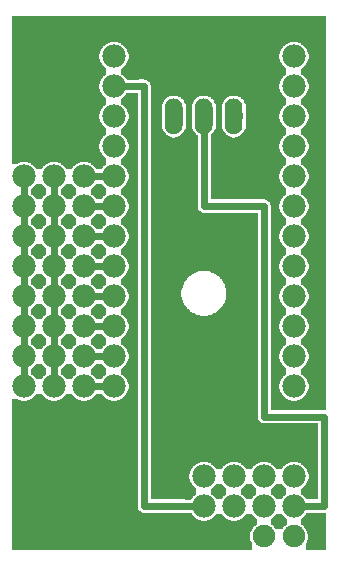
<source format=gbl>
G04 MADE WITH FRITZING*
G04 WWW.FRITZING.ORG*
G04 DOUBLE SIDED*
G04 HOLES PLATED*
G04 CONTOUR ON CENTER OF CONTOUR VECTOR*
%ASAXBY*%
%FSLAX23Y23*%
%MOIN*%
%OFA0B0*%
%SFA1.0B1.0*%
%ADD10C,0.075000*%
%ADD11C,0.060000*%
%ADD12C,0.078000*%
%ADD13C,0.024000*%
%ADD14R,0.001000X0.001000*%
%LNCOPPER0*%
G90*
G70*
G54D10*
X114Y1657D03*
X119Y460D03*
G54D11*
X781Y1485D03*
X681Y1485D03*
X581Y1485D03*
G54D12*
X981Y1685D03*
X981Y1585D03*
X981Y1485D03*
X981Y1385D03*
X981Y1285D03*
X981Y1185D03*
X981Y1085D03*
X981Y985D03*
X981Y885D03*
X981Y785D03*
X981Y685D03*
X981Y585D03*
X381Y1685D03*
X381Y1585D03*
X381Y1485D03*
X381Y1385D03*
X381Y1285D03*
X381Y1185D03*
X381Y1085D03*
X381Y985D03*
X381Y885D03*
X381Y785D03*
X381Y685D03*
X381Y585D03*
X281Y1285D03*
X281Y1185D03*
X281Y1085D03*
X281Y985D03*
X281Y885D03*
X281Y785D03*
X281Y685D03*
X281Y585D03*
X181Y1285D03*
X181Y1185D03*
X181Y1085D03*
X181Y985D03*
X181Y885D03*
X181Y785D03*
X181Y685D03*
X181Y585D03*
X81Y1285D03*
X81Y1185D03*
X81Y1085D03*
X81Y985D03*
X81Y885D03*
X81Y785D03*
X81Y685D03*
X81Y585D03*
G54D10*
X881Y85D03*
X981Y85D03*
G54D12*
X981Y185D03*
X881Y185D03*
X781Y185D03*
X681Y185D03*
X981Y285D03*
X881Y285D03*
X781Y285D03*
X681Y285D03*
G54D13*
X482Y186D02*
X482Y1585D01*
D02*
X482Y1585D02*
X411Y1585D01*
D02*
X651Y185D02*
X482Y186D01*
D02*
X682Y1186D02*
X881Y1186D01*
D02*
X881Y1186D02*
X881Y484D01*
D02*
X1081Y186D02*
X1011Y185D01*
D02*
X1081Y484D02*
X1081Y186D01*
D02*
X881Y484D02*
X1081Y484D01*
D02*
X681Y1454D02*
X682Y1186D01*
D02*
X81Y1215D02*
X81Y1255D01*
D02*
X81Y1115D02*
X81Y1155D01*
D02*
X81Y1015D02*
X81Y1055D01*
D02*
X81Y915D02*
X81Y955D01*
D02*
X81Y815D02*
X81Y855D01*
D02*
X81Y715D02*
X81Y755D01*
D02*
X81Y615D02*
X81Y655D01*
D02*
X181Y1215D02*
X181Y1255D01*
D02*
X181Y1115D02*
X181Y1155D01*
D02*
X181Y1015D02*
X181Y1055D01*
D02*
X181Y915D02*
X181Y955D01*
D02*
X181Y815D02*
X181Y855D01*
D02*
X181Y715D02*
X181Y755D01*
D02*
X181Y615D02*
X181Y655D01*
D02*
X351Y1285D02*
X311Y1285D01*
D02*
X351Y1185D02*
X311Y1185D01*
D02*
X351Y1085D02*
X311Y1085D01*
D02*
X351Y985D02*
X311Y985D01*
D02*
X351Y885D02*
X311Y885D01*
D02*
X351Y785D02*
X311Y785D01*
D02*
X351Y685D02*
X311Y685D01*
D02*
X351Y585D02*
X311Y585D01*
G36*
X40Y1818D02*
X40Y1734D01*
X988Y1734D01*
X988Y1732D01*
X994Y1732D01*
X994Y1730D01*
X1000Y1730D01*
X1000Y1728D01*
X1004Y1728D01*
X1004Y1726D01*
X1006Y1726D01*
X1006Y1724D01*
X1010Y1724D01*
X1010Y1722D01*
X1012Y1722D01*
X1012Y1720D01*
X1014Y1720D01*
X1014Y1718D01*
X1016Y1718D01*
X1016Y1716D01*
X1018Y1716D01*
X1018Y1714D01*
X1020Y1714D01*
X1020Y1710D01*
X1022Y1710D01*
X1022Y1708D01*
X1024Y1708D01*
X1024Y1704D01*
X1026Y1704D01*
X1026Y1700D01*
X1028Y1700D01*
X1028Y1694D01*
X1030Y1694D01*
X1030Y1676D01*
X1028Y1676D01*
X1028Y1670D01*
X1026Y1670D01*
X1026Y1666D01*
X1024Y1666D01*
X1024Y1662D01*
X1022Y1662D01*
X1022Y1658D01*
X1020Y1658D01*
X1020Y1656D01*
X1018Y1656D01*
X1018Y1654D01*
X1016Y1654D01*
X1016Y1652D01*
X1014Y1652D01*
X1014Y1650D01*
X1012Y1650D01*
X1012Y1648D01*
X1010Y1648D01*
X1010Y1646D01*
X1008Y1646D01*
X1008Y1644D01*
X1006Y1644D01*
X1006Y1624D01*
X1010Y1624D01*
X1010Y1622D01*
X1012Y1622D01*
X1012Y1620D01*
X1014Y1620D01*
X1014Y1618D01*
X1016Y1618D01*
X1016Y1616D01*
X1018Y1616D01*
X1018Y1614D01*
X1020Y1614D01*
X1020Y1610D01*
X1022Y1610D01*
X1022Y1608D01*
X1024Y1608D01*
X1024Y1604D01*
X1026Y1604D01*
X1026Y1600D01*
X1028Y1600D01*
X1028Y1594D01*
X1030Y1594D01*
X1030Y1576D01*
X1028Y1576D01*
X1028Y1570D01*
X1026Y1570D01*
X1026Y1566D01*
X1024Y1566D01*
X1024Y1562D01*
X1022Y1562D01*
X1022Y1558D01*
X1020Y1558D01*
X1020Y1556D01*
X1018Y1556D01*
X1018Y1554D01*
X1016Y1554D01*
X1016Y1552D01*
X1014Y1552D01*
X1014Y1550D01*
X1012Y1550D01*
X1012Y1548D01*
X1010Y1548D01*
X1010Y1546D01*
X1008Y1546D01*
X1008Y1544D01*
X1006Y1544D01*
X1006Y1524D01*
X1010Y1524D01*
X1010Y1522D01*
X1012Y1522D01*
X1012Y1520D01*
X1014Y1520D01*
X1014Y1518D01*
X1016Y1518D01*
X1016Y1516D01*
X1018Y1516D01*
X1018Y1514D01*
X1020Y1514D01*
X1020Y1510D01*
X1022Y1510D01*
X1022Y1508D01*
X1024Y1508D01*
X1024Y1504D01*
X1026Y1504D01*
X1026Y1500D01*
X1028Y1500D01*
X1028Y1494D01*
X1030Y1494D01*
X1030Y1476D01*
X1028Y1476D01*
X1028Y1470D01*
X1026Y1470D01*
X1026Y1466D01*
X1024Y1466D01*
X1024Y1462D01*
X1022Y1462D01*
X1022Y1458D01*
X1020Y1458D01*
X1020Y1456D01*
X1018Y1456D01*
X1018Y1454D01*
X1016Y1454D01*
X1016Y1452D01*
X1014Y1452D01*
X1014Y1450D01*
X1012Y1450D01*
X1012Y1448D01*
X1010Y1448D01*
X1010Y1446D01*
X1008Y1446D01*
X1008Y1444D01*
X1006Y1444D01*
X1006Y1424D01*
X1010Y1424D01*
X1010Y1422D01*
X1012Y1422D01*
X1012Y1420D01*
X1014Y1420D01*
X1014Y1418D01*
X1016Y1418D01*
X1016Y1416D01*
X1018Y1416D01*
X1018Y1414D01*
X1020Y1414D01*
X1020Y1410D01*
X1022Y1410D01*
X1022Y1408D01*
X1024Y1408D01*
X1024Y1404D01*
X1026Y1404D01*
X1026Y1400D01*
X1028Y1400D01*
X1028Y1394D01*
X1030Y1394D01*
X1030Y1376D01*
X1028Y1376D01*
X1028Y1370D01*
X1026Y1370D01*
X1026Y1366D01*
X1024Y1366D01*
X1024Y1362D01*
X1022Y1362D01*
X1022Y1358D01*
X1020Y1358D01*
X1020Y1356D01*
X1018Y1356D01*
X1018Y1354D01*
X1016Y1354D01*
X1016Y1352D01*
X1014Y1352D01*
X1014Y1350D01*
X1012Y1350D01*
X1012Y1348D01*
X1010Y1348D01*
X1010Y1346D01*
X1008Y1346D01*
X1008Y1344D01*
X1006Y1344D01*
X1006Y1324D01*
X1010Y1324D01*
X1010Y1322D01*
X1012Y1322D01*
X1012Y1320D01*
X1014Y1320D01*
X1014Y1318D01*
X1016Y1318D01*
X1016Y1316D01*
X1018Y1316D01*
X1018Y1314D01*
X1020Y1314D01*
X1020Y1310D01*
X1022Y1310D01*
X1022Y1308D01*
X1024Y1308D01*
X1024Y1304D01*
X1026Y1304D01*
X1026Y1300D01*
X1028Y1300D01*
X1028Y1294D01*
X1030Y1294D01*
X1030Y1276D01*
X1028Y1276D01*
X1028Y1270D01*
X1026Y1270D01*
X1026Y1266D01*
X1024Y1266D01*
X1024Y1262D01*
X1022Y1262D01*
X1022Y1258D01*
X1020Y1258D01*
X1020Y1256D01*
X1018Y1256D01*
X1018Y1254D01*
X1016Y1254D01*
X1016Y1252D01*
X1014Y1252D01*
X1014Y1250D01*
X1012Y1250D01*
X1012Y1248D01*
X1010Y1248D01*
X1010Y1246D01*
X1008Y1246D01*
X1008Y1244D01*
X1006Y1244D01*
X1006Y1224D01*
X1010Y1224D01*
X1010Y1222D01*
X1012Y1222D01*
X1012Y1220D01*
X1014Y1220D01*
X1014Y1218D01*
X1016Y1218D01*
X1016Y1216D01*
X1018Y1216D01*
X1018Y1214D01*
X1020Y1214D01*
X1020Y1210D01*
X1022Y1210D01*
X1022Y1208D01*
X1024Y1208D01*
X1024Y1204D01*
X1026Y1204D01*
X1026Y1200D01*
X1028Y1200D01*
X1028Y1194D01*
X1030Y1194D01*
X1030Y1176D01*
X1028Y1176D01*
X1028Y1170D01*
X1026Y1170D01*
X1026Y1166D01*
X1024Y1166D01*
X1024Y1162D01*
X1022Y1162D01*
X1022Y1158D01*
X1020Y1158D01*
X1020Y1156D01*
X1018Y1156D01*
X1018Y1154D01*
X1016Y1154D01*
X1016Y1152D01*
X1014Y1152D01*
X1014Y1150D01*
X1012Y1150D01*
X1012Y1148D01*
X1010Y1148D01*
X1010Y1146D01*
X1008Y1146D01*
X1008Y1144D01*
X1006Y1144D01*
X1006Y1124D01*
X1010Y1124D01*
X1010Y1122D01*
X1012Y1122D01*
X1012Y1120D01*
X1014Y1120D01*
X1014Y1118D01*
X1016Y1118D01*
X1016Y1116D01*
X1018Y1116D01*
X1018Y1114D01*
X1020Y1114D01*
X1020Y1110D01*
X1022Y1110D01*
X1022Y1108D01*
X1024Y1108D01*
X1024Y1104D01*
X1026Y1104D01*
X1026Y1100D01*
X1028Y1100D01*
X1028Y1094D01*
X1030Y1094D01*
X1030Y1076D01*
X1028Y1076D01*
X1028Y1070D01*
X1026Y1070D01*
X1026Y1066D01*
X1024Y1066D01*
X1024Y1062D01*
X1022Y1062D01*
X1022Y1058D01*
X1020Y1058D01*
X1020Y1056D01*
X1018Y1056D01*
X1018Y1054D01*
X1016Y1054D01*
X1016Y1052D01*
X1014Y1052D01*
X1014Y1050D01*
X1012Y1050D01*
X1012Y1048D01*
X1010Y1048D01*
X1010Y1046D01*
X1008Y1046D01*
X1008Y1044D01*
X1006Y1044D01*
X1006Y1024D01*
X1010Y1024D01*
X1010Y1022D01*
X1012Y1022D01*
X1012Y1020D01*
X1014Y1020D01*
X1014Y1018D01*
X1016Y1018D01*
X1016Y1016D01*
X1018Y1016D01*
X1018Y1014D01*
X1020Y1014D01*
X1020Y1010D01*
X1022Y1010D01*
X1022Y1008D01*
X1024Y1008D01*
X1024Y1004D01*
X1026Y1004D01*
X1026Y1000D01*
X1028Y1000D01*
X1028Y994D01*
X1030Y994D01*
X1030Y976D01*
X1028Y976D01*
X1028Y970D01*
X1026Y970D01*
X1026Y966D01*
X1024Y966D01*
X1024Y962D01*
X1022Y962D01*
X1022Y958D01*
X1020Y958D01*
X1020Y956D01*
X1018Y956D01*
X1018Y954D01*
X1016Y954D01*
X1016Y952D01*
X1014Y952D01*
X1014Y950D01*
X1012Y950D01*
X1012Y948D01*
X1010Y948D01*
X1010Y946D01*
X1008Y946D01*
X1008Y944D01*
X1006Y944D01*
X1006Y924D01*
X1010Y924D01*
X1010Y922D01*
X1012Y922D01*
X1012Y920D01*
X1014Y920D01*
X1014Y918D01*
X1016Y918D01*
X1016Y916D01*
X1018Y916D01*
X1018Y914D01*
X1020Y914D01*
X1020Y910D01*
X1022Y910D01*
X1022Y908D01*
X1024Y908D01*
X1024Y904D01*
X1026Y904D01*
X1026Y900D01*
X1028Y900D01*
X1028Y894D01*
X1030Y894D01*
X1030Y876D01*
X1028Y876D01*
X1028Y870D01*
X1026Y870D01*
X1026Y866D01*
X1024Y866D01*
X1024Y862D01*
X1022Y862D01*
X1022Y858D01*
X1020Y858D01*
X1020Y856D01*
X1018Y856D01*
X1018Y854D01*
X1016Y854D01*
X1016Y852D01*
X1014Y852D01*
X1014Y850D01*
X1012Y850D01*
X1012Y848D01*
X1010Y848D01*
X1010Y846D01*
X1008Y846D01*
X1008Y844D01*
X1006Y844D01*
X1006Y824D01*
X1010Y824D01*
X1010Y822D01*
X1012Y822D01*
X1012Y820D01*
X1014Y820D01*
X1014Y818D01*
X1016Y818D01*
X1016Y816D01*
X1018Y816D01*
X1018Y814D01*
X1020Y814D01*
X1020Y810D01*
X1022Y810D01*
X1022Y808D01*
X1024Y808D01*
X1024Y804D01*
X1026Y804D01*
X1026Y800D01*
X1028Y800D01*
X1028Y794D01*
X1030Y794D01*
X1030Y776D01*
X1028Y776D01*
X1028Y770D01*
X1026Y770D01*
X1026Y766D01*
X1024Y766D01*
X1024Y762D01*
X1022Y762D01*
X1022Y758D01*
X1020Y758D01*
X1020Y756D01*
X1018Y756D01*
X1018Y754D01*
X1016Y754D01*
X1016Y752D01*
X1014Y752D01*
X1014Y750D01*
X1012Y750D01*
X1012Y748D01*
X1010Y748D01*
X1010Y746D01*
X1008Y746D01*
X1008Y744D01*
X1006Y744D01*
X1006Y724D01*
X1010Y724D01*
X1010Y722D01*
X1012Y722D01*
X1012Y720D01*
X1014Y720D01*
X1014Y718D01*
X1016Y718D01*
X1016Y716D01*
X1018Y716D01*
X1018Y714D01*
X1020Y714D01*
X1020Y710D01*
X1022Y710D01*
X1022Y708D01*
X1024Y708D01*
X1024Y704D01*
X1026Y704D01*
X1026Y700D01*
X1028Y700D01*
X1028Y694D01*
X1030Y694D01*
X1030Y676D01*
X1028Y676D01*
X1028Y670D01*
X1026Y670D01*
X1026Y666D01*
X1024Y666D01*
X1024Y662D01*
X1022Y662D01*
X1022Y658D01*
X1020Y658D01*
X1020Y656D01*
X1018Y656D01*
X1018Y654D01*
X1016Y654D01*
X1016Y652D01*
X1014Y652D01*
X1014Y650D01*
X1012Y650D01*
X1012Y648D01*
X1010Y648D01*
X1010Y646D01*
X1008Y646D01*
X1008Y644D01*
X1006Y644D01*
X1006Y624D01*
X1010Y624D01*
X1010Y622D01*
X1012Y622D01*
X1012Y620D01*
X1014Y620D01*
X1014Y618D01*
X1016Y618D01*
X1016Y616D01*
X1018Y616D01*
X1018Y614D01*
X1020Y614D01*
X1020Y610D01*
X1022Y610D01*
X1022Y608D01*
X1024Y608D01*
X1024Y604D01*
X1026Y604D01*
X1026Y600D01*
X1028Y600D01*
X1028Y594D01*
X1030Y594D01*
X1030Y576D01*
X1028Y576D01*
X1028Y570D01*
X1026Y570D01*
X1026Y566D01*
X1024Y566D01*
X1024Y562D01*
X1022Y562D01*
X1022Y558D01*
X1020Y558D01*
X1020Y556D01*
X1018Y556D01*
X1018Y554D01*
X1016Y554D01*
X1016Y552D01*
X1014Y552D01*
X1014Y550D01*
X1012Y550D01*
X1012Y548D01*
X1010Y548D01*
X1010Y546D01*
X1008Y546D01*
X1008Y544D01*
X1004Y544D01*
X1004Y542D01*
X1000Y542D01*
X1000Y540D01*
X996Y540D01*
X996Y538D01*
X992Y538D01*
X992Y536D01*
X1088Y536D01*
X1088Y1818D01*
X40Y1818D01*
G37*
D02*
G36*
X40Y1734D02*
X40Y1334D01*
X288Y1334D01*
X288Y1332D01*
X294Y1332D01*
X294Y1330D01*
X300Y1330D01*
X300Y1328D01*
X304Y1328D01*
X304Y1326D01*
X306Y1326D01*
X306Y1324D01*
X310Y1324D01*
X310Y1322D01*
X312Y1322D01*
X312Y1320D01*
X314Y1320D01*
X314Y1318D01*
X316Y1318D01*
X316Y1316D01*
X318Y1316D01*
X318Y1314D01*
X320Y1314D01*
X320Y1310D01*
X342Y1310D01*
X342Y1312D01*
X344Y1312D01*
X344Y1316D01*
X346Y1316D01*
X346Y1318D01*
X348Y1318D01*
X348Y1320D01*
X350Y1320D01*
X350Y1322D01*
X354Y1322D01*
X354Y1324D01*
X356Y1324D01*
X356Y1344D01*
X354Y1344D01*
X354Y1346D01*
X352Y1346D01*
X352Y1348D01*
X350Y1348D01*
X350Y1350D01*
X348Y1350D01*
X348Y1352D01*
X346Y1352D01*
X346Y1354D01*
X344Y1354D01*
X344Y1356D01*
X342Y1356D01*
X342Y1358D01*
X340Y1358D01*
X340Y1362D01*
X338Y1362D01*
X338Y1366D01*
X336Y1366D01*
X336Y1370D01*
X334Y1370D01*
X334Y1376D01*
X332Y1376D01*
X332Y1392D01*
X334Y1392D01*
X334Y1398D01*
X336Y1398D01*
X336Y1404D01*
X338Y1404D01*
X338Y1408D01*
X340Y1408D01*
X340Y1410D01*
X342Y1410D01*
X342Y1412D01*
X344Y1412D01*
X344Y1416D01*
X346Y1416D01*
X346Y1418D01*
X348Y1418D01*
X348Y1420D01*
X350Y1420D01*
X350Y1422D01*
X354Y1422D01*
X354Y1424D01*
X356Y1424D01*
X356Y1444D01*
X354Y1444D01*
X354Y1446D01*
X352Y1446D01*
X352Y1448D01*
X350Y1448D01*
X350Y1450D01*
X348Y1450D01*
X348Y1452D01*
X346Y1452D01*
X346Y1454D01*
X344Y1454D01*
X344Y1456D01*
X342Y1456D01*
X342Y1458D01*
X340Y1458D01*
X340Y1462D01*
X338Y1462D01*
X338Y1466D01*
X336Y1466D01*
X336Y1470D01*
X334Y1470D01*
X334Y1476D01*
X332Y1476D01*
X332Y1492D01*
X334Y1492D01*
X334Y1498D01*
X336Y1498D01*
X336Y1504D01*
X338Y1504D01*
X338Y1508D01*
X340Y1508D01*
X340Y1510D01*
X342Y1510D01*
X342Y1512D01*
X344Y1512D01*
X344Y1516D01*
X346Y1516D01*
X346Y1518D01*
X348Y1518D01*
X348Y1520D01*
X350Y1520D01*
X350Y1522D01*
X354Y1522D01*
X354Y1524D01*
X356Y1524D01*
X356Y1544D01*
X354Y1544D01*
X354Y1546D01*
X352Y1546D01*
X352Y1548D01*
X350Y1548D01*
X350Y1550D01*
X348Y1550D01*
X348Y1552D01*
X346Y1552D01*
X346Y1554D01*
X344Y1554D01*
X344Y1556D01*
X342Y1556D01*
X342Y1558D01*
X340Y1558D01*
X340Y1562D01*
X338Y1562D01*
X338Y1566D01*
X336Y1566D01*
X336Y1570D01*
X334Y1570D01*
X334Y1576D01*
X332Y1576D01*
X332Y1592D01*
X334Y1592D01*
X334Y1598D01*
X336Y1598D01*
X336Y1604D01*
X338Y1604D01*
X338Y1608D01*
X340Y1608D01*
X340Y1610D01*
X342Y1610D01*
X342Y1612D01*
X344Y1612D01*
X344Y1616D01*
X346Y1616D01*
X346Y1618D01*
X348Y1618D01*
X348Y1620D01*
X350Y1620D01*
X350Y1622D01*
X354Y1622D01*
X354Y1624D01*
X356Y1624D01*
X356Y1644D01*
X354Y1644D01*
X354Y1646D01*
X352Y1646D01*
X352Y1648D01*
X350Y1648D01*
X350Y1650D01*
X348Y1650D01*
X348Y1652D01*
X346Y1652D01*
X346Y1654D01*
X344Y1654D01*
X344Y1656D01*
X342Y1656D01*
X342Y1658D01*
X340Y1658D01*
X340Y1662D01*
X338Y1662D01*
X338Y1666D01*
X336Y1666D01*
X336Y1670D01*
X334Y1670D01*
X334Y1676D01*
X332Y1676D01*
X332Y1692D01*
X334Y1692D01*
X334Y1698D01*
X336Y1698D01*
X336Y1704D01*
X338Y1704D01*
X338Y1708D01*
X340Y1708D01*
X340Y1710D01*
X342Y1710D01*
X342Y1712D01*
X344Y1712D01*
X344Y1716D01*
X346Y1716D01*
X346Y1718D01*
X348Y1718D01*
X348Y1720D01*
X350Y1720D01*
X350Y1722D01*
X354Y1722D01*
X354Y1724D01*
X356Y1724D01*
X356Y1726D01*
X360Y1726D01*
X360Y1728D01*
X362Y1728D01*
X362Y1730D01*
X368Y1730D01*
X368Y1732D01*
X374Y1732D01*
X374Y1734D01*
X40Y1734D01*
G37*
D02*
G36*
X388Y1734D02*
X388Y1732D01*
X394Y1732D01*
X394Y1730D01*
X400Y1730D01*
X400Y1728D01*
X404Y1728D01*
X404Y1726D01*
X406Y1726D01*
X406Y1724D01*
X410Y1724D01*
X410Y1722D01*
X412Y1722D01*
X412Y1720D01*
X414Y1720D01*
X414Y1718D01*
X416Y1718D01*
X416Y1716D01*
X418Y1716D01*
X418Y1714D01*
X420Y1714D01*
X420Y1710D01*
X422Y1710D01*
X422Y1708D01*
X424Y1708D01*
X424Y1704D01*
X426Y1704D01*
X426Y1700D01*
X428Y1700D01*
X428Y1694D01*
X430Y1694D01*
X430Y1676D01*
X428Y1676D01*
X428Y1670D01*
X426Y1670D01*
X426Y1666D01*
X424Y1666D01*
X424Y1662D01*
X422Y1662D01*
X422Y1658D01*
X420Y1658D01*
X420Y1656D01*
X418Y1656D01*
X418Y1654D01*
X416Y1654D01*
X416Y1652D01*
X414Y1652D01*
X414Y1650D01*
X412Y1650D01*
X412Y1648D01*
X410Y1648D01*
X410Y1646D01*
X408Y1646D01*
X408Y1644D01*
X406Y1644D01*
X406Y1624D01*
X410Y1624D01*
X410Y1622D01*
X412Y1622D01*
X412Y1620D01*
X414Y1620D01*
X414Y1618D01*
X416Y1618D01*
X416Y1616D01*
X418Y1616D01*
X418Y1614D01*
X420Y1614D01*
X420Y1610D01*
X422Y1610D01*
X422Y1608D01*
X482Y1608D01*
X482Y1606D01*
X490Y1606D01*
X490Y1604D01*
X494Y1604D01*
X494Y1602D01*
X496Y1602D01*
X496Y1600D01*
X498Y1600D01*
X498Y1598D01*
X500Y1598D01*
X500Y1596D01*
X502Y1596D01*
X502Y1590D01*
X504Y1590D01*
X504Y1554D01*
X790Y1554D01*
X790Y1552D01*
X796Y1552D01*
X796Y1550D01*
X800Y1550D01*
X800Y1548D01*
X804Y1548D01*
X804Y1546D01*
X806Y1546D01*
X806Y1544D01*
X808Y1544D01*
X808Y1542D01*
X810Y1542D01*
X810Y1540D01*
X812Y1540D01*
X812Y1538D01*
X814Y1538D01*
X814Y1534D01*
X816Y1534D01*
X816Y1530D01*
X818Y1530D01*
X818Y1526D01*
X820Y1526D01*
X820Y1516D01*
X822Y1516D01*
X822Y1452D01*
X820Y1452D01*
X820Y1444D01*
X818Y1444D01*
X818Y1438D01*
X816Y1438D01*
X816Y1434D01*
X814Y1434D01*
X814Y1432D01*
X812Y1432D01*
X812Y1430D01*
X810Y1430D01*
X810Y1428D01*
X808Y1428D01*
X808Y1426D01*
X806Y1426D01*
X806Y1424D01*
X804Y1424D01*
X804Y1422D01*
X802Y1422D01*
X802Y1420D01*
X798Y1420D01*
X798Y1418D01*
X794Y1418D01*
X794Y1416D01*
X786Y1416D01*
X786Y1414D01*
X944Y1414D01*
X944Y1416D01*
X946Y1416D01*
X946Y1418D01*
X948Y1418D01*
X948Y1420D01*
X950Y1420D01*
X950Y1422D01*
X954Y1422D01*
X954Y1424D01*
X956Y1424D01*
X956Y1444D01*
X954Y1444D01*
X954Y1446D01*
X952Y1446D01*
X952Y1448D01*
X950Y1448D01*
X950Y1450D01*
X948Y1450D01*
X948Y1452D01*
X946Y1452D01*
X946Y1454D01*
X944Y1454D01*
X944Y1456D01*
X942Y1456D01*
X942Y1458D01*
X940Y1458D01*
X940Y1462D01*
X938Y1462D01*
X938Y1466D01*
X936Y1466D01*
X936Y1470D01*
X934Y1470D01*
X934Y1476D01*
X932Y1476D01*
X932Y1492D01*
X934Y1492D01*
X934Y1498D01*
X936Y1498D01*
X936Y1504D01*
X938Y1504D01*
X938Y1508D01*
X940Y1508D01*
X940Y1510D01*
X942Y1510D01*
X942Y1512D01*
X944Y1512D01*
X944Y1516D01*
X946Y1516D01*
X946Y1518D01*
X948Y1518D01*
X948Y1520D01*
X950Y1520D01*
X950Y1522D01*
X954Y1522D01*
X954Y1524D01*
X956Y1524D01*
X956Y1544D01*
X954Y1544D01*
X954Y1546D01*
X952Y1546D01*
X952Y1548D01*
X950Y1548D01*
X950Y1550D01*
X948Y1550D01*
X948Y1552D01*
X946Y1552D01*
X946Y1554D01*
X944Y1554D01*
X944Y1556D01*
X942Y1556D01*
X942Y1558D01*
X940Y1558D01*
X940Y1562D01*
X938Y1562D01*
X938Y1566D01*
X936Y1566D01*
X936Y1570D01*
X934Y1570D01*
X934Y1576D01*
X932Y1576D01*
X932Y1592D01*
X934Y1592D01*
X934Y1598D01*
X936Y1598D01*
X936Y1604D01*
X938Y1604D01*
X938Y1608D01*
X940Y1608D01*
X940Y1610D01*
X942Y1610D01*
X942Y1612D01*
X944Y1612D01*
X944Y1616D01*
X946Y1616D01*
X946Y1618D01*
X948Y1618D01*
X948Y1620D01*
X950Y1620D01*
X950Y1622D01*
X954Y1622D01*
X954Y1624D01*
X956Y1624D01*
X956Y1644D01*
X954Y1644D01*
X954Y1646D01*
X952Y1646D01*
X952Y1648D01*
X950Y1648D01*
X950Y1650D01*
X948Y1650D01*
X948Y1652D01*
X946Y1652D01*
X946Y1654D01*
X944Y1654D01*
X944Y1656D01*
X942Y1656D01*
X942Y1658D01*
X940Y1658D01*
X940Y1662D01*
X938Y1662D01*
X938Y1666D01*
X936Y1666D01*
X936Y1670D01*
X934Y1670D01*
X934Y1676D01*
X932Y1676D01*
X932Y1692D01*
X934Y1692D01*
X934Y1698D01*
X936Y1698D01*
X936Y1704D01*
X938Y1704D01*
X938Y1708D01*
X940Y1708D01*
X940Y1710D01*
X942Y1710D01*
X942Y1712D01*
X944Y1712D01*
X944Y1716D01*
X946Y1716D01*
X946Y1718D01*
X948Y1718D01*
X948Y1720D01*
X950Y1720D01*
X950Y1722D01*
X954Y1722D01*
X954Y1724D01*
X956Y1724D01*
X956Y1726D01*
X960Y1726D01*
X960Y1728D01*
X962Y1728D01*
X962Y1730D01*
X968Y1730D01*
X968Y1732D01*
X974Y1732D01*
X974Y1734D01*
X388Y1734D01*
G37*
D02*
G36*
X424Y1608D02*
X424Y1606D01*
X466Y1606D01*
X466Y1608D01*
X424Y1608D01*
G37*
D02*
G36*
X504Y1554D02*
X504Y1414D01*
X576Y1414D01*
X576Y1416D01*
X568Y1416D01*
X568Y1418D01*
X564Y1418D01*
X564Y1420D01*
X560Y1420D01*
X560Y1422D01*
X558Y1422D01*
X558Y1424D01*
X556Y1424D01*
X556Y1426D01*
X554Y1426D01*
X554Y1428D01*
X552Y1428D01*
X552Y1430D01*
X550Y1430D01*
X550Y1432D01*
X548Y1432D01*
X548Y1436D01*
X546Y1436D01*
X546Y1438D01*
X544Y1438D01*
X544Y1444D01*
X542Y1444D01*
X542Y1526D01*
X544Y1526D01*
X544Y1530D01*
X546Y1530D01*
X546Y1534D01*
X548Y1534D01*
X548Y1538D01*
X550Y1538D01*
X550Y1540D01*
X552Y1540D01*
X552Y1542D01*
X554Y1542D01*
X554Y1544D01*
X556Y1544D01*
X556Y1546D01*
X558Y1546D01*
X558Y1548D01*
X562Y1548D01*
X562Y1550D01*
X566Y1550D01*
X566Y1552D01*
X572Y1552D01*
X572Y1554D01*
X504Y1554D01*
G37*
D02*
G36*
X590Y1554D02*
X590Y1552D01*
X596Y1552D01*
X596Y1550D01*
X600Y1550D01*
X600Y1548D01*
X604Y1548D01*
X604Y1546D01*
X606Y1546D01*
X606Y1544D01*
X608Y1544D01*
X608Y1542D01*
X610Y1542D01*
X610Y1540D01*
X612Y1540D01*
X612Y1538D01*
X614Y1538D01*
X614Y1534D01*
X616Y1534D01*
X616Y1530D01*
X618Y1530D01*
X618Y1526D01*
X620Y1526D01*
X620Y1516D01*
X622Y1516D01*
X622Y1452D01*
X620Y1452D01*
X620Y1444D01*
X618Y1444D01*
X618Y1438D01*
X616Y1438D01*
X616Y1434D01*
X614Y1434D01*
X614Y1432D01*
X612Y1432D01*
X612Y1430D01*
X610Y1430D01*
X610Y1428D01*
X608Y1428D01*
X608Y1426D01*
X606Y1426D01*
X606Y1424D01*
X604Y1424D01*
X604Y1422D01*
X602Y1422D01*
X602Y1420D01*
X598Y1420D01*
X598Y1418D01*
X594Y1418D01*
X594Y1416D01*
X586Y1416D01*
X586Y1414D01*
X660Y1414D01*
X660Y1422D01*
X658Y1422D01*
X658Y1424D01*
X656Y1424D01*
X656Y1426D01*
X654Y1426D01*
X654Y1428D01*
X652Y1428D01*
X652Y1430D01*
X650Y1430D01*
X650Y1432D01*
X648Y1432D01*
X648Y1436D01*
X646Y1436D01*
X646Y1438D01*
X644Y1438D01*
X644Y1444D01*
X642Y1444D01*
X642Y1526D01*
X644Y1526D01*
X644Y1530D01*
X646Y1530D01*
X646Y1534D01*
X648Y1534D01*
X648Y1538D01*
X650Y1538D01*
X650Y1540D01*
X652Y1540D01*
X652Y1542D01*
X654Y1542D01*
X654Y1544D01*
X656Y1544D01*
X656Y1546D01*
X658Y1546D01*
X658Y1548D01*
X662Y1548D01*
X662Y1550D01*
X666Y1550D01*
X666Y1552D01*
X672Y1552D01*
X672Y1554D01*
X590Y1554D01*
G37*
D02*
G36*
X690Y1554D02*
X690Y1552D01*
X696Y1552D01*
X696Y1550D01*
X700Y1550D01*
X700Y1548D01*
X704Y1548D01*
X704Y1546D01*
X706Y1546D01*
X706Y1544D01*
X708Y1544D01*
X708Y1542D01*
X710Y1542D01*
X710Y1540D01*
X712Y1540D01*
X712Y1538D01*
X714Y1538D01*
X714Y1534D01*
X716Y1534D01*
X716Y1530D01*
X718Y1530D01*
X718Y1526D01*
X720Y1526D01*
X720Y1516D01*
X722Y1516D01*
X722Y1452D01*
X720Y1452D01*
X720Y1444D01*
X718Y1444D01*
X718Y1438D01*
X716Y1438D01*
X716Y1434D01*
X714Y1434D01*
X714Y1432D01*
X712Y1432D01*
X712Y1430D01*
X710Y1430D01*
X710Y1428D01*
X708Y1428D01*
X708Y1426D01*
X706Y1426D01*
X706Y1424D01*
X704Y1424D01*
X704Y1414D01*
X776Y1414D01*
X776Y1416D01*
X768Y1416D01*
X768Y1418D01*
X764Y1418D01*
X764Y1420D01*
X760Y1420D01*
X760Y1422D01*
X758Y1422D01*
X758Y1424D01*
X756Y1424D01*
X756Y1426D01*
X754Y1426D01*
X754Y1428D01*
X752Y1428D01*
X752Y1430D01*
X750Y1430D01*
X750Y1432D01*
X748Y1432D01*
X748Y1436D01*
X746Y1436D01*
X746Y1438D01*
X744Y1438D01*
X744Y1444D01*
X742Y1444D01*
X742Y1526D01*
X744Y1526D01*
X744Y1530D01*
X746Y1530D01*
X746Y1534D01*
X748Y1534D01*
X748Y1538D01*
X750Y1538D01*
X750Y1540D01*
X752Y1540D01*
X752Y1542D01*
X754Y1542D01*
X754Y1544D01*
X756Y1544D01*
X756Y1546D01*
X758Y1546D01*
X758Y1548D01*
X762Y1548D01*
X762Y1550D01*
X766Y1550D01*
X766Y1552D01*
X772Y1552D01*
X772Y1554D01*
X690Y1554D01*
G37*
D02*
G36*
X504Y1414D02*
X504Y1412D01*
X660Y1412D01*
X660Y1414D01*
X504Y1414D01*
G37*
D02*
G36*
X504Y1414D02*
X504Y1412D01*
X660Y1412D01*
X660Y1414D01*
X504Y1414D01*
G37*
D02*
G36*
X704Y1414D02*
X704Y1412D01*
X944Y1412D01*
X944Y1414D01*
X704Y1414D01*
G37*
D02*
G36*
X704Y1414D02*
X704Y1412D01*
X944Y1412D01*
X944Y1414D01*
X704Y1414D01*
G37*
D02*
G36*
X504Y1412D02*
X504Y970D01*
X690Y970D01*
X690Y968D01*
X700Y968D01*
X700Y966D01*
X706Y966D01*
X706Y964D01*
X710Y964D01*
X710Y962D01*
X714Y962D01*
X714Y960D01*
X718Y960D01*
X718Y958D01*
X722Y958D01*
X722Y956D01*
X724Y956D01*
X724Y954D01*
X726Y954D01*
X726Y952D01*
X730Y952D01*
X730Y950D01*
X732Y950D01*
X732Y948D01*
X734Y948D01*
X734Y946D01*
X736Y946D01*
X736Y944D01*
X738Y944D01*
X738Y942D01*
X740Y942D01*
X740Y938D01*
X742Y938D01*
X742Y936D01*
X744Y936D01*
X744Y932D01*
X746Y932D01*
X746Y930D01*
X748Y930D01*
X748Y926D01*
X750Y926D01*
X750Y920D01*
X752Y920D01*
X752Y914D01*
X754Y914D01*
X754Y906D01*
X756Y906D01*
X756Y882D01*
X754Y882D01*
X754Y874D01*
X752Y874D01*
X752Y868D01*
X750Y868D01*
X750Y864D01*
X748Y864D01*
X748Y860D01*
X746Y860D01*
X746Y856D01*
X744Y856D01*
X744Y854D01*
X742Y854D01*
X742Y850D01*
X740Y850D01*
X740Y848D01*
X738Y848D01*
X738Y846D01*
X736Y846D01*
X736Y844D01*
X734Y844D01*
X734Y842D01*
X732Y842D01*
X732Y840D01*
X730Y840D01*
X730Y838D01*
X728Y838D01*
X728Y836D01*
X726Y836D01*
X726Y834D01*
X722Y834D01*
X722Y832D01*
X720Y832D01*
X720Y830D01*
X716Y830D01*
X716Y828D01*
X712Y828D01*
X712Y826D01*
X708Y826D01*
X708Y824D01*
X702Y824D01*
X702Y822D01*
X694Y822D01*
X694Y820D01*
X860Y820D01*
X860Y1164D01*
X674Y1164D01*
X674Y1166D01*
X670Y1166D01*
X670Y1168D01*
X666Y1168D01*
X666Y1170D01*
X664Y1170D01*
X664Y1174D01*
X662Y1174D01*
X662Y1178D01*
X660Y1178D01*
X660Y1412D01*
X504Y1412D01*
G37*
D02*
G36*
X704Y1412D02*
X704Y1208D01*
X884Y1208D01*
X884Y1206D01*
X892Y1206D01*
X892Y1204D01*
X894Y1204D01*
X894Y1202D01*
X896Y1202D01*
X896Y1200D01*
X898Y1200D01*
X898Y1198D01*
X900Y1198D01*
X900Y1196D01*
X902Y1196D01*
X902Y1190D01*
X904Y1190D01*
X904Y536D01*
X972Y536D01*
X972Y538D01*
X966Y538D01*
X966Y540D01*
X962Y540D01*
X962Y542D01*
X958Y542D01*
X958Y544D01*
X954Y544D01*
X954Y546D01*
X952Y546D01*
X952Y548D01*
X950Y548D01*
X950Y550D01*
X948Y550D01*
X948Y552D01*
X946Y552D01*
X946Y554D01*
X944Y554D01*
X944Y556D01*
X942Y556D01*
X942Y558D01*
X940Y558D01*
X940Y562D01*
X938Y562D01*
X938Y566D01*
X936Y566D01*
X936Y570D01*
X934Y570D01*
X934Y576D01*
X932Y576D01*
X932Y592D01*
X934Y592D01*
X934Y598D01*
X936Y598D01*
X936Y604D01*
X938Y604D01*
X938Y608D01*
X940Y608D01*
X940Y610D01*
X942Y610D01*
X942Y612D01*
X944Y612D01*
X944Y616D01*
X946Y616D01*
X946Y618D01*
X948Y618D01*
X948Y620D01*
X950Y620D01*
X950Y622D01*
X954Y622D01*
X954Y624D01*
X956Y624D01*
X956Y644D01*
X954Y644D01*
X954Y646D01*
X952Y646D01*
X952Y648D01*
X950Y648D01*
X950Y650D01*
X948Y650D01*
X948Y652D01*
X946Y652D01*
X946Y654D01*
X944Y654D01*
X944Y656D01*
X942Y656D01*
X942Y658D01*
X940Y658D01*
X940Y662D01*
X938Y662D01*
X938Y666D01*
X936Y666D01*
X936Y670D01*
X934Y670D01*
X934Y676D01*
X932Y676D01*
X932Y692D01*
X934Y692D01*
X934Y698D01*
X936Y698D01*
X936Y704D01*
X938Y704D01*
X938Y708D01*
X940Y708D01*
X940Y710D01*
X942Y710D01*
X942Y712D01*
X944Y712D01*
X944Y716D01*
X946Y716D01*
X946Y718D01*
X948Y718D01*
X948Y720D01*
X950Y720D01*
X950Y722D01*
X954Y722D01*
X954Y724D01*
X956Y724D01*
X956Y744D01*
X954Y744D01*
X954Y746D01*
X952Y746D01*
X952Y748D01*
X950Y748D01*
X950Y750D01*
X948Y750D01*
X948Y752D01*
X946Y752D01*
X946Y754D01*
X944Y754D01*
X944Y756D01*
X942Y756D01*
X942Y758D01*
X940Y758D01*
X940Y762D01*
X938Y762D01*
X938Y766D01*
X936Y766D01*
X936Y770D01*
X934Y770D01*
X934Y776D01*
X932Y776D01*
X932Y792D01*
X934Y792D01*
X934Y798D01*
X936Y798D01*
X936Y804D01*
X938Y804D01*
X938Y808D01*
X940Y808D01*
X940Y810D01*
X942Y810D01*
X942Y812D01*
X944Y812D01*
X944Y816D01*
X946Y816D01*
X946Y818D01*
X948Y818D01*
X948Y820D01*
X950Y820D01*
X950Y822D01*
X954Y822D01*
X954Y824D01*
X956Y824D01*
X956Y844D01*
X954Y844D01*
X954Y846D01*
X952Y846D01*
X952Y848D01*
X950Y848D01*
X950Y850D01*
X948Y850D01*
X948Y852D01*
X946Y852D01*
X946Y854D01*
X944Y854D01*
X944Y856D01*
X942Y856D01*
X942Y858D01*
X940Y858D01*
X940Y862D01*
X938Y862D01*
X938Y866D01*
X936Y866D01*
X936Y870D01*
X934Y870D01*
X934Y876D01*
X932Y876D01*
X932Y892D01*
X934Y892D01*
X934Y898D01*
X936Y898D01*
X936Y904D01*
X938Y904D01*
X938Y908D01*
X940Y908D01*
X940Y910D01*
X942Y910D01*
X942Y912D01*
X944Y912D01*
X944Y916D01*
X946Y916D01*
X946Y918D01*
X948Y918D01*
X948Y920D01*
X950Y920D01*
X950Y922D01*
X954Y922D01*
X954Y924D01*
X956Y924D01*
X956Y944D01*
X954Y944D01*
X954Y946D01*
X952Y946D01*
X952Y948D01*
X950Y948D01*
X950Y950D01*
X948Y950D01*
X948Y952D01*
X946Y952D01*
X946Y954D01*
X944Y954D01*
X944Y956D01*
X942Y956D01*
X942Y958D01*
X940Y958D01*
X940Y962D01*
X938Y962D01*
X938Y966D01*
X936Y966D01*
X936Y970D01*
X934Y970D01*
X934Y976D01*
X932Y976D01*
X932Y992D01*
X934Y992D01*
X934Y998D01*
X936Y998D01*
X936Y1004D01*
X938Y1004D01*
X938Y1008D01*
X940Y1008D01*
X940Y1010D01*
X942Y1010D01*
X942Y1012D01*
X944Y1012D01*
X944Y1016D01*
X946Y1016D01*
X946Y1018D01*
X948Y1018D01*
X948Y1020D01*
X950Y1020D01*
X950Y1022D01*
X954Y1022D01*
X954Y1024D01*
X956Y1024D01*
X956Y1044D01*
X954Y1044D01*
X954Y1046D01*
X952Y1046D01*
X952Y1048D01*
X950Y1048D01*
X950Y1050D01*
X948Y1050D01*
X948Y1052D01*
X946Y1052D01*
X946Y1054D01*
X944Y1054D01*
X944Y1056D01*
X942Y1056D01*
X942Y1058D01*
X940Y1058D01*
X940Y1062D01*
X938Y1062D01*
X938Y1066D01*
X936Y1066D01*
X936Y1070D01*
X934Y1070D01*
X934Y1076D01*
X932Y1076D01*
X932Y1092D01*
X934Y1092D01*
X934Y1098D01*
X936Y1098D01*
X936Y1104D01*
X938Y1104D01*
X938Y1108D01*
X940Y1108D01*
X940Y1110D01*
X942Y1110D01*
X942Y1112D01*
X944Y1112D01*
X944Y1116D01*
X946Y1116D01*
X946Y1118D01*
X948Y1118D01*
X948Y1120D01*
X950Y1120D01*
X950Y1122D01*
X954Y1122D01*
X954Y1124D01*
X956Y1124D01*
X956Y1144D01*
X954Y1144D01*
X954Y1146D01*
X952Y1146D01*
X952Y1148D01*
X950Y1148D01*
X950Y1150D01*
X948Y1150D01*
X948Y1152D01*
X946Y1152D01*
X946Y1154D01*
X944Y1154D01*
X944Y1156D01*
X942Y1156D01*
X942Y1158D01*
X940Y1158D01*
X940Y1162D01*
X938Y1162D01*
X938Y1166D01*
X936Y1166D01*
X936Y1170D01*
X934Y1170D01*
X934Y1176D01*
X932Y1176D01*
X932Y1192D01*
X934Y1192D01*
X934Y1198D01*
X936Y1198D01*
X936Y1204D01*
X938Y1204D01*
X938Y1208D01*
X940Y1208D01*
X940Y1210D01*
X942Y1210D01*
X942Y1212D01*
X944Y1212D01*
X944Y1216D01*
X946Y1216D01*
X946Y1218D01*
X948Y1218D01*
X948Y1220D01*
X950Y1220D01*
X950Y1222D01*
X954Y1222D01*
X954Y1224D01*
X956Y1224D01*
X956Y1244D01*
X954Y1244D01*
X954Y1246D01*
X952Y1246D01*
X952Y1248D01*
X950Y1248D01*
X950Y1250D01*
X948Y1250D01*
X948Y1252D01*
X946Y1252D01*
X946Y1254D01*
X944Y1254D01*
X944Y1256D01*
X942Y1256D01*
X942Y1258D01*
X940Y1258D01*
X940Y1262D01*
X938Y1262D01*
X938Y1266D01*
X936Y1266D01*
X936Y1270D01*
X934Y1270D01*
X934Y1276D01*
X932Y1276D01*
X932Y1292D01*
X934Y1292D01*
X934Y1298D01*
X936Y1298D01*
X936Y1304D01*
X938Y1304D01*
X938Y1308D01*
X940Y1308D01*
X940Y1310D01*
X942Y1310D01*
X942Y1312D01*
X944Y1312D01*
X944Y1316D01*
X946Y1316D01*
X946Y1318D01*
X948Y1318D01*
X948Y1320D01*
X950Y1320D01*
X950Y1322D01*
X954Y1322D01*
X954Y1324D01*
X956Y1324D01*
X956Y1344D01*
X954Y1344D01*
X954Y1346D01*
X952Y1346D01*
X952Y1348D01*
X950Y1348D01*
X950Y1350D01*
X948Y1350D01*
X948Y1352D01*
X946Y1352D01*
X946Y1354D01*
X944Y1354D01*
X944Y1356D01*
X942Y1356D01*
X942Y1358D01*
X940Y1358D01*
X940Y1362D01*
X938Y1362D01*
X938Y1366D01*
X936Y1366D01*
X936Y1370D01*
X934Y1370D01*
X934Y1376D01*
X932Y1376D01*
X932Y1392D01*
X934Y1392D01*
X934Y1398D01*
X936Y1398D01*
X936Y1404D01*
X938Y1404D01*
X938Y1408D01*
X940Y1408D01*
X940Y1410D01*
X942Y1410D01*
X942Y1412D01*
X704Y1412D01*
G37*
D02*
G36*
X40Y1334D02*
X40Y1326D01*
X60Y1326D01*
X60Y1328D01*
X62Y1328D01*
X62Y1330D01*
X68Y1330D01*
X68Y1332D01*
X74Y1332D01*
X74Y1334D01*
X40Y1334D01*
G37*
D02*
G36*
X88Y1334D02*
X88Y1332D01*
X94Y1332D01*
X94Y1330D01*
X100Y1330D01*
X100Y1328D01*
X104Y1328D01*
X104Y1326D01*
X106Y1326D01*
X106Y1324D01*
X110Y1324D01*
X110Y1322D01*
X112Y1322D01*
X112Y1320D01*
X114Y1320D01*
X114Y1318D01*
X116Y1318D01*
X116Y1316D01*
X118Y1316D01*
X118Y1314D01*
X120Y1314D01*
X120Y1310D01*
X142Y1310D01*
X142Y1312D01*
X144Y1312D01*
X144Y1316D01*
X146Y1316D01*
X146Y1318D01*
X148Y1318D01*
X148Y1320D01*
X150Y1320D01*
X150Y1322D01*
X154Y1322D01*
X154Y1324D01*
X156Y1324D01*
X156Y1326D01*
X160Y1326D01*
X160Y1328D01*
X162Y1328D01*
X162Y1330D01*
X168Y1330D01*
X168Y1332D01*
X174Y1332D01*
X174Y1334D01*
X88Y1334D01*
G37*
D02*
G36*
X188Y1334D02*
X188Y1332D01*
X194Y1332D01*
X194Y1330D01*
X200Y1330D01*
X200Y1328D01*
X204Y1328D01*
X204Y1326D01*
X206Y1326D01*
X206Y1324D01*
X210Y1324D01*
X210Y1322D01*
X212Y1322D01*
X212Y1320D01*
X214Y1320D01*
X214Y1318D01*
X216Y1318D01*
X216Y1316D01*
X218Y1316D01*
X218Y1314D01*
X220Y1314D01*
X220Y1310D01*
X242Y1310D01*
X242Y1312D01*
X244Y1312D01*
X244Y1316D01*
X246Y1316D01*
X246Y1318D01*
X248Y1318D01*
X248Y1320D01*
X250Y1320D01*
X250Y1322D01*
X254Y1322D01*
X254Y1324D01*
X256Y1324D01*
X256Y1326D01*
X260Y1326D01*
X260Y1328D01*
X262Y1328D01*
X262Y1330D01*
X268Y1330D01*
X268Y1332D01*
X274Y1332D01*
X274Y1334D01*
X188Y1334D01*
G37*
D02*
G36*
X504Y970D02*
X504Y820D01*
X668Y820D01*
X668Y822D01*
X660Y822D01*
X660Y824D01*
X654Y824D01*
X654Y826D01*
X650Y826D01*
X650Y828D01*
X646Y828D01*
X646Y830D01*
X642Y830D01*
X642Y832D01*
X640Y832D01*
X640Y834D01*
X636Y834D01*
X636Y836D01*
X634Y836D01*
X634Y838D01*
X632Y838D01*
X632Y840D01*
X630Y840D01*
X630Y842D01*
X628Y842D01*
X628Y844D01*
X626Y844D01*
X626Y846D01*
X624Y846D01*
X624Y848D01*
X622Y848D01*
X622Y850D01*
X620Y850D01*
X620Y854D01*
X618Y854D01*
X618Y856D01*
X616Y856D01*
X616Y860D01*
X614Y860D01*
X614Y864D01*
X612Y864D01*
X612Y870D01*
X610Y870D01*
X610Y874D01*
X608Y874D01*
X608Y884D01*
X606Y884D01*
X606Y906D01*
X608Y906D01*
X608Y914D01*
X610Y914D01*
X610Y920D01*
X612Y920D01*
X612Y924D01*
X614Y924D01*
X614Y928D01*
X616Y928D01*
X616Y932D01*
X618Y932D01*
X618Y936D01*
X620Y936D01*
X620Y938D01*
X622Y938D01*
X622Y940D01*
X624Y940D01*
X624Y944D01*
X626Y944D01*
X626Y946D01*
X628Y946D01*
X628Y948D01*
X630Y948D01*
X630Y950D01*
X632Y950D01*
X632Y952D01*
X636Y952D01*
X636Y954D01*
X638Y954D01*
X638Y956D01*
X640Y956D01*
X640Y958D01*
X644Y958D01*
X644Y960D01*
X648Y960D01*
X648Y962D01*
X652Y962D01*
X652Y964D01*
X656Y964D01*
X656Y966D01*
X662Y966D01*
X662Y968D01*
X672Y968D01*
X672Y970D01*
X504Y970D01*
G37*
D02*
G36*
X504Y820D02*
X504Y818D01*
X860Y818D01*
X860Y820D01*
X504Y820D01*
G37*
D02*
G36*
X504Y820D02*
X504Y818D01*
X860Y818D01*
X860Y820D01*
X504Y820D01*
G37*
D02*
G36*
X504Y818D02*
X504Y334D01*
X988Y334D01*
X988Y332D01*
X994Y332D01*
X994Y330D01*
X1000Y330D01*
X1000Y328D01*
X1004Y328D01*
X1004Y326D01*
X1006Y326D01*
X1006Y324D01*
X1010Y324D01*
X1010Y322D01*
X1012Y322D01*
X1012Y320D01*
X1014Y320D01*
X1014Y318D01*
X1016Y318D01*
X1016Y316D01*
X1018Y316D01*
X1018Y314D01*
X1020Y314D01*
X1020Y310D01*
X1022Y310D01*
X1022Y308D01*
X1024Y308D01*
X1024Y304D01*
X1026Y304D01*
X1026Y300D01*
X1028Y300D01*
X1028Y294D01*
X1030Y294D01*
X1030Y276D01*
X1028Y276D01*
X1028Y270D01*
X1026Y270D01*
X1026Y266D01*
X1024Y266D01*
X1024Y262D01*
X1022Y262D01*
X1022Y258D01*
X1020Y258D01*
X1020Y256D01*
X1018Y256D01*
X1018Y254D01*
X1016Y254D01*
X1016Y252D01*
X1014Y252D01*
X1014Y250D01*
X1012Y250D01*
X1012Y248D01*
X1010Y248D01*
X1010Y246D01*
X1008Y246D01*
X1008Y244D01*
X1006Y244D01*
X1006Y224D01*
X1010Y224D01*
X1010Y222D01*
X1012Y222D01*
X1012Y220D01*
X1014Y220D01*
X1014Y218D01*
X1016Y218D01*
X1016Y216D01*
X1018Y216D01*
X1018Y214D01*
X1020Y214D01*
X1020Y210D01*
X1022Y210D01*
X1022Y208D01*
X1060Y208D01*
X1060Y462D01*
X876Y462D01*
X876Y464D01*
X870Y464D01*
X870Y466D01*
X868Y466D01*
X868Y468D01*
X866Y468D01*
X866Y470D01*
X864Y470D01*
X864Y472D01*
X862Y472D01*
X862Y476D01*
X860Y476D01*
X860Y818D01*
X504Y818D01*
G37*
D02*
G36*
X904Y536D02*
X904Y534D01*
X1088Y534D01*
X1088Y536D01*
X904Y536D01*
G37*
D02*
G36*
X904Y536D02*
X904Y534D01*
X1088Y534D01*
X1088Y536D01*
X904Y536D01*
G37*
D02*
G36*
X904Y534D02*
X904Y506D01*
X1088Y506D01*
X1088Y534D01*
X904Y534D01*
G37*
D02*
G36*
X504Y334D02*
X504Y208D01*
X618Y208D01*
X618Y206D01*
X638Y206D01*
X638Y208D01*
X640Y208D01*
X640Y210D01*
X642Y210D01*
X642Y212D01*
X644Y212D01*
X644Y216D01*
X646Y216D01*
X646Y218D01*
X648Y218D01*
X648Y220D01*
X650Y220D01*
X650Y222D01*
X654Y222D01*
X654Y224D01*
X656Y224D01*
X656Y244D01*
X654Y244D01*
X654Y246D01*
X652Y246D01*
X652Y248D01*
X650Y248D01*
X650Y250D01*
X648Y250D01*
X648Y252D01*
X646Y252D01*
X646Y254D01*
X644Y254D01*
X644Y256D01*
X642Y256D01*
X642Y258D01*
X640Y258D01*
X640Y262D01*
X638Y262D01*
X638Y266D01*
X636Y266D01*
X636Y270D01*
X634Y270D01*
X634Y276D01*
X632Y276D01*
X632Y292D01*
X634Y292D01*
X634Y298D01*
X636Y298D01*
X636Y304D01*
X638Y304D01*
X638Y308D01*
X640Y308D01*
X640Y310D01*
X642Y310D01*
X642Y312D01*
X644Y312D01*
X644Y316D01*
X646Y316D01*
X646Y318D01*
X648Y318D01*
X648Y320D01*
X650Y320D01*
X650Y322D01*
X654Y322D01*
X654Y324D01*
X656Y324D01*
X656Y326D01*
X660Y326D01*
X660Y328D01*
X662Y328D01*
X662Y330D01*
X668Y330D01*
X668Y332D01*
X674Y332D01*
X674Y334D01*
X504Y334D01*
G37*
D02*
G36*
X688Y334D02*
X688Y332D01*
X694Y332D01*
X694Y330D01*
X700Y330D01*
X700Y328D01*
X704Y328D01*
X704Y326D01*
X706Y326D01*
X706Y324D01*
X710Y324D01*
X710Y322D01*
X712Y322D01*
X712Y320D01*
X714Y320D01*
X714Y318D01*
X716Y318D01*
X716Y316D01*
X718Y316D01*
X718Y314D01*
X720Y314D01*
X720Y310D01*
X742Y310D01*
X742Y312D01*
X744Y312D01*
X744Y316D01*
X746Y316D01*
X746Y318D01*
X748Y318D01*
X748Y320D01*
X750Y320D01*
X750Y322D01*
X754Y322D01*
X754Y324D01*
X756Y324D01*
X756Y326D01*
X760Y326D01*
X760Y328D01*
X762Y328D01*
X762Y330D01*
X768Y330D01*
X768Y332D01*
X774Y332D01*
X774Y334D01*
X688Y334D01*
G37*
D02*
G36*
X788Y334D02*
X788Y332D01*
X794Y332D01*
X794Y330D01*
X800Y330D01*
X800Y328D01*
X804Y328D01*
X804Y326D01*
X806Y326D01*
X806Y324D01*
X810Y324D01*
X810Y322D01*
X812Y322D01*
X812Y320D01*
X814Y320D01*
X814Y318D01*
X816Y318D01*
X816Y316D01*
X818Y316D01*
X818Y314D01*
X820Y314D01*
X820Y310D01*
X842Y310D01*
X842Y312D01*
X844Y312D01*
X844Y316D01*
X846Y316D01*
X846Y318D01*
X848Y318D01*
X848Y320D01*
X850Y320D01*
X850Y322D01*
X854Y322D01*
X854Y324D01*
X856Y324D01*
X856Y326D01*
X860Y326D01*
X860Y328D01*
X862Y328D01*
X862Y330D01*
X868Y330D01*
X868Y332D01*
X874Y332D01*
X874Y334D01*
X788Y334D01*
G37*
D02*
G36*
X888Y334D02*
X888Y332D01*
X894Y332D01*
X894Y330D01*
X900Y330D01*
X900Y328D01*
X904Y328D01*
X904Y326D01*
X906Y326D01*
X906Y324D01*
X910Y324D01*
X910Y322D01*
X912Y322D01*
X912Y320D01*
X914Y320D01*
X914Y318D01*
X916Y318D01*
X916Y316D01*
X918Y316D01*
X918Y314D01*
X920Y314D01*
X920Y310D01*
X942Y310D01*
X942Y312D01*
X944Y312D01*
X944Y316D01*
X946Y316D01*
X946Y318D01*
X948Y318D01*
X948Y320D01*
X950Y320D01*
X950Y322D01*
X954Y322D01*
X954Y324D01*
X956Y324D01*
X956Y326D01*
X960Y326D01*
X960Y328D01*
X962Y328D01*
X962Y330D01*
X968Y330D01*
X968Y332D01*
X974Y332D01*
X974Y334D01*
X888Y334D01*
G37*
D02*
G36*
X120Y1258D02*
X120Y1256D01*
X118Y1256D01*
X118Y1254D01*
X116Y1254D01*
X116Y1252D01*
X114Y1252D01*
X114Y1250D01*
X112Y1250D01*
X112Y1248D01*
X110Y1248D01*
X110Y1246D01*
X108Y1246D01*
X108Y1244D01*
X106Y1244D01*
X106Y1224D01*
X110Y1224D01*
X110Y1222D01*
X112Y1222D01*
X112Y1220D01*
X114Y1220D01*
X114Y1218D01*
X116Y1218D01*
X116Y1216D01*
X118Y1216D01*
X118Y1214D01*
X120Y1214D01*
X120Y1210D01*
X142Y1210D01*
X142Y1212D01*
X144Y1212D01*
X144Y1216D01*
X146Y1216D01*
X146Y1218D01*
X148Y1218D01*
X148Y1220D01*
X150Y1220D01*
X150Y1222D01*
X154Y1222D01*
X154Y1224D01*
X156Y1224D01*
X156Y1244D01*
X154Y1244D01*
X154Y1246D01*
X152Y1246D01*
X152Y1248D01*
X150Y1248D01*
X150Y1250D01*
X148Y1250D01*
X148Y1252D01*
X146Y1252D01*
X146Y1254D01*
X144Y1254D01*
X144Y1256D01*
X142Y1256D01*
X142Y1258D01*
X120Y1258D01*
G37*
D02*
G36*
X220Y1258D02*
X220Y1256D01*
X218Y1256D01*
X218Y1254D01*
X216Y1254D01*
X216Y1252D01*
X214Y1252D01*
X214Y1250D01*
X212Y1250D01*
X212Y1248D01*
X210Y1248D01*
X210Y1246D01*
X208Y1246D01*
X208Y1244D01*
X206Y1244D01*
X206Y1224D01*
X210Y1224D01*
X210Y1222D01*
X212Y1222D01*
X212Y1220D01*
X214Y1220D01*
X214Y1218D01*
X216Y1218D01*
X216Y1216D01*
X218Y1216D01*
X218Y1214D01*
X220Y1214D01*
X220Y1210D01*
X242Y1210D01*
X242Y1212D01*
X244Y1212D01*
X244Y1216D01*
X246Y1216D01*
X246Y1218D01*
X248Y1218D01*
X248Y1220D01*
X250Y1220D01*
X250Y1222D01*
X254Y1222D01*
X254Y1224D01*
X256Y1224D01*
X256Y1244D01*
X254Y1244D01*
X254Y1246D01*
X252Y1246D01*
X252Y1248D01*
X250Y1248D01*
X250Y1250D01*
X248Y1250D01*
X248Y1252D01*
X246Y1252D01*
X246Y1254D01*
X244Y1254D01*
X244Y1256D01*
X242Y1256D01*
X242Y1258D01*
X220Y1258D01*
G37*
D02*
G36*
X320Y1258D02*
X320Y1256D01*
X318Y1256D01*
X318Y1254D01*
X316Y1254D01*
X316Y1252D01*
X314Y1252D01*
X314Y1250D01*
X312Y1250D01*
X312Y1248D01*
X310Y1248D01*
X310Y1246D01*
X308Y1246D01*
X308Y1244D01*
X306Y1244D01*
X306Y1224D01*
X310Y1224D01*
X310Y1222D01*
X312Y1222D01*
X312Y1220D01*
X314Y1220D01*
X314Y1218D01*
X316Y1218D01*
X316Y1216D01*
X318Y1216D01*
X318Y1214D01*
X320Y1214D01*
X320Y1210D01*
X342Y1210D01*
X342Y1212D01*
X344Y1212D01*
X344Y1216D01*
X346Y1216D01*
X346Y1218D01*
X348Y1218D01*
X348Y1220D01*
X350Y1220D01*
X350Y1222D01*
X354Y1222D01*
X354Y1224D01*
X356Y1224D01*
X356Y1244D01*
X354Y1244D01*
X354Y1246D01*
X352Y1246D01*
X352Y1248D01*
X350Y1248D01*
X350Y1250D01*
X348Y1250D01*
X348Y1252D01*
X346Y1252D01*
X346Y1254D01*
X344Y1254D01*
X344Y1256D01*
X342Y1256D01*
X342Y1258D01*
X320Y1258D01*
G37*
D02*
G36*
X120Y1158D02*
X120Y1156D01*
X118Y1156D01*
X118Y1154D01*
X116Y1154D01*
X116Y1152D01*
X114Y1152D01*
X114Y1150D01*
X112Y1150D01*
X112Y1148D01*
X110Y1148D01*
X110Y1146D01*
X108Y1146D01*
X108Y1144D01*
X106Y1144D01*
X106Y1124D01*
X110Y1124D01*
X110Y1122D01*
X112Y1122D01*
X112Y1120D01*
X114Y1120D01*
X114Y1118D01*
X116Y1118D01*
X116Y1116D01*
X118Y1116D01*
X118Y1114D01*
X120Y1114D01*
X120Y1110D01*
X142Y1110D01*
X142Y1112D01*
X144Y1112D01*
X144Y1116D01*
X146Y1116D01*
X146Y1118D01*
X148Y1118D01*
X148Y1120D01*
X150Y1120D01*
X150Y1122D01*
X154Y1122D01*
X154Y1124D01*
X156Y1124D01*
X156Y1144D01*
X154Y1144D01*
X154Y1146D01*
X152Y1146D01*
X152Y1148D01*
X150Y1148D01*
X150Y1150D01*
X148Y1150D01*
X148Y1152D01*
X146Y1152D01*
X146Y1154D01*
X144Y1154D01*
X144Y1156D01*
X142Y1156D01*
X142Y1158D01*
X120Y1158D01*
G37*
D02*
G36*
X220Y1158D02*
X220Y1156D01*
X218Y1156D01*
X218Y1154D01*
X216Y1154D01*
X216Y1152D01*
X214Y1152D01*
X214Y1150D01*
X212Y1150D01*
X212Y1148D01*
X210Y1148D01*
X210Y1146D01*
X208Y1146D01*
X208Y1144D01*
X206Y1144D01*
X206Y1124D01*
X210Y1124D01*
X210Y1122D01*
X212Y1122D01*
X212Y1120D01*
X214Y1120D01*
X214Y1118D01*
X216Y1118D01*
X216Y1116D01*
X218Y1116D01*
X218Y1114D01*
X220Y1114D01*
X220Y1110D01*
X242Y1110D01*
X242Y1112D01*
X244Y1112D01*
X244Y1116D01*
X246Y1116D01*
X246Y1118D01*
X248Y1118D01*
X248Y1120D01*
X250Y1120D01*
X250Y1122D01*
X254Y1122D01*
X254Y1124D01*
X256Y1124D01*
X256Y1144D01*
X254Y1144D01*
X254Y1146D01*
X252Y1146D01*
X252Y1148D01*
X250Y1148D01*
X250Y1150D01*
X248Y1150D01*
X248Y1152D01*
X246Y1152D01*
X246Y1154D01*
X244Y1154D01*
X244Y1156D01*
X242Y1156D01*
X242Y1158D01*
X220Y1158D01*
G37*
D02*
G36*
X320Y1158D02*
X320Y1156D01*
X318Y1156D01*
X318Y1154D01*
X316Y1154D01*
X316Y1152D01*
X314Y1152D01*
X314Y1150D01*
X312Y1150D01*
X312Y1148D01*
X310Y1148D01*
X310Y1146D01*
X308Y1146D01*
X308Y1144D01*
X306Y1144D01*
X306Y1124D01*
X310Y1124D01*
X310Y1122D01*
X312Y1122D01*
X312Y1120D01*
X314Y1120D01*
X314Y1118D01*
X316Y1118D01*
X316Y1116D01*
X318Y1116D01*
X318Y1114D01*
X320Y1114D01*
X320Y1110D01*
X342Y1110D01*
X342Y1112D01*
X344Y1112D01*
X344Y1116D01*
X346Y1116D01*
X346Y1118D01*
X348Y1118D01*
X348Y1120D01*
X350Y1120D01*
X350Y1122D01*
X354Y1122D01*
X354Y1124D01*
X356Y1124D01*
X356Y1144D01*
X354Y1144D01*
X354Y1146D01*
X352Y1146D01*
X352Y1148D01*
X350Y1148D01*
X350Y1150D01*
X348Y1150D01*
X348Y1152D01*
X346Y1152D01*
X346Y1154D01*
X344Y1154D01*
X344Y1156D01*
X342Y1156D01*
X342Y1158D01*
X320Y1158D01*
G37*
D02*
G36*
X120Y1058D02*
X120Y1056D01*
X118Y1056D01*
X118Y1054D01*
X116Y1054D01*
X116Y1052D01*
X114Y1052D01*
X114Y1050D01*
X112Y1050D01*
X112Y1048D01*
X110Y1048D01*
X110Y1046D01*
X108Y1046D01*
X108Y1044D01*
X106Y1044D01*
X106Y1024D01*
X110Y1024D01*
X110Y1022D01*
X112Y1022D01*
X112Y1020D01*
X114Y1020D01*
X114Y1018D01*
X116Y1018D01*
X116Y1016D01*
X118Y1016D01*
X118Y1014D01*
X120Y1014D01*
X120Y1010D01*
X142Y1010D01*
X142Y1012D01*
X144Y1012D01*
X144Y1016D01*
X146Y1016D01*
X146Y1018D01*
X148Y1018D01*
X148Y1020D01*
X150Y1020D01*
X150Y1022D01*
X154Y1022D01*
X154Y1024D01*
X156Y1024D01*
X156Y1044D01*
X154Y1044D01*
X154Y1046D01*
X152Y1046D01*
X152Y1048D01*
X150Y1048D01*
X150Y1050D01*
X148Y1050D01*
X148Y1052D01*
X146Y1052D01*
X146Y1054D01*
X144Y1054D01*
X144Y1056D01*
X142Y1056D01*
X142Y1058D01*
X120Y1058D01*
G37*
D02*
G36*
X220Y1058D02*
X220Y1056D01*
X218Y1056D01*
X218Y1054D01*
X216Y1054D01*
X216Y1052D01*
X214Y1052D01*
X214Y1050D01*
X212Y1050D01*
X212Y1048D01*
X210Y1048D01*
X210Y1046D01*
X208Y1046D01*
X208Y1044D01*
X206Y1044D01*
X206Y1024D01*
X210Y1024D01*
X210Y1022D01*
X212Y1022D01*
X212Y1020D01*
X214Y1020D01*
X214Y1018D01*
X216Y1018D01*
X216Y1016D01*
X218Y1016D01*
X218Y1014D01*
X220Y1014D01*
X220Y1010D01*
X242Y1010D01*
X242Y1012D01*
X244Y1012D01*
X244Y1016D01*
X246Y1016D01*
X246Y1018D01*
X248Y1018D01*
X248Y1020D01*
X250Y1020D01*
X250Y1022D01*
X254Y1022D01*
X254Y1024D01*
X256Y1024D01*
X256Y1044D01*
X254Y1044D01*
X254Y1046D01*
X252Y1046D01*
X252Y1048D01*
X250Y1048D01*
X250Y1050D01*
X248Y1050D01*
X248Y1052D01*
X246Y1052D01*
X246Y1054D01*
X244Y1054D01*
X244Y1056D01*
X242Y1056D01*
X242Y1058D01*
X220Y1058D01*
G37*
D02*
G36*
X320Y1058D02*
X320Y1056D01*
X318Y1056D01*
X318Y1054D01*
X316Y1054D01*
X316Y1052D01*
X314Y1052D01*
X314Y1050D01*
X312Y1050D01*
X312Y1048D01*
X310Y1048D01*
X310Y1046D01*
X308Y1046D01*
X308Y1044D01*
X306Y1044D01*
X306Y1024D01*
X310Y1024D01*
X310Y1022D01*
X312Y1022D01*
X312Y1020D01*
X314Y1020D01*
X314Y1018D01*
X316Y1018D01*
X316Y1016D01*
X318Y1016D01*
X318Y1014D01*
X320Y1014D01*
X320Y1010D01*
X342Y1010D01*
X342Y1012D01*
X344Y1012D01*
X344Y1016D01*
X346Y1016D01*
X346Y1018D01*
X348Y1018D01*
X348Y1020D01*
X350Y1020D01*
X350Y1022D01*
X354Y1022D01*
X354Y1024D01*
X356Y1024D01*
X356Y1044D01*
X354Y1044D01*
X354Y1046D01*
X352Y1046D01*
X352Y1048D01*
X350Y1048D01*
X350Y1050D01*
X348Y1050D01*
X348Y1052D01*
X346Y1052D01*
X346Y1054D01*
X344Y1054D01*
X344Y1056D01*
X342Y1056D01*
X342Y1058D01*
X320Y1058D01*
G37*
D02*
G36*
X120Y958D02*
X120Y956D01*
X118Y956D01*
X118Y954D01*
X116Y954D01*
X116Y952D01*
X114Y952D01*
X114Y950D01*
X112Y950D01*
X112Y948D01*
X110Y948D01*
X110Y946D01*
X108Y946D01*
X108Y944D01*
X106Y944D01*
X106Y924D01*
X110Y924D01*
X110Y922D01*
X112Y922D01*
X112Y920D01*
X114Y920D01*
X114Y918D01*
X116Y918D01*
X116Y916D01*
X118Y916D01*
X118Y914D01*
X120Y914D01*
X120Y910D01*
X142Y910D01*
X142Y912D01*
X144Y912D01*
X144Y916D01*
X146Y916D01*
X146Y918D01*
X148Y918D01*
X148Y920D01*
X150Y920D01*
X150Y922D01*
X154Y922D01*
X154Y924D01*
X156Y924D01*
X156Y944D01*
X154Y944D01*
X154Y946D01*
X152Y946D01*
X152Y948D01*
X150Y948D01*
X150Y950D01*
X148Y950D01*
X148Y952D01*
X146Y952D01*
X146Y954D01*
X144Y954D01*
X144Y956D01*
X142Y956D01*
X142Y958D01*
X120Y958D01*
G37*
D02*
G36*
X220Y958D02*
X220Y956D01*
X218Y956D01*
X218Y954D01*
X216Y954D01*
X216Y952D01*
X214Y952D01*
X214Y950D01*
X212Y950D01*
X212Y948D01*
X210Y948D01*
X210Y946D01*
X208Y946D01*
X208Y944D01*
X206Y944D01*
X206Y924D01*
X210Y924D01*
X210Y922D01*
X212Y922D01*
X212Y920D01*
X214Y920D01*
X214Y918D01*
X216Y918D01*
X216Y916D01*
X218Y916D01*
X218Y914D01*
X220Y914D01*
X220Y910D01*
X242Y910D01*
X242Y912D01*
X244Y912D01*
X244Y916D01*
X246Y916D01*
X246Y918D01*
X248Y918D01*
X248Y920D01*
X250Y920D01*
X250Y922D01*
X254Y922D01*
X254Y924D01*
X256Y924D01*
X256Y944D01*
X254Y944D01*
X254Y946D01*
X252Y946D01*
X252Y948D01*
X250Y948D01*
X250Y950D01*
X248Y950D01*
X248Y952D01*
X246Y952D01*
X246Y954D01*
X244Y954D01*
X244Y956D01*
X242Y956D01*
X242Y958D01*
X220Y958D01*
G37*
D02*
G36*
X320Y958D02*
X320Y956D01*
X318Y956D01*
X318Y954D01*
X316Y954D01*
X316Y952D01*
X314Y952D01*
X314Y950D01*
X312Y950D01*
X312Y948D01*
X310Y948D01*
X310Y946D01*
X308Y946D01*
X308Y944D01*
X306Y944D01*
X306Y924D01*
X310Y924D01*
X310Y922D01*
X312Y922D01*
X312Y920D01*
X314Y920D01*
X314Y918D01*
X316Y918D01*
X316Y916D01*
X318Y916D01*
X318Y914D01*
X320Y914D01*
X320Y910D01*
X342Y910D01*
X342Y912D01*
X344Y912D01*
X344Y916D01*
X346Y916D01*
X346Y918D01*
X348Y918D01*
X348Y920D01*
X350Y920D01*
X350Y922D01*
X354Y922D01*
X354Y924D01*
X356Y924D01*
X356Y944D01*
X354Y944D01*
X354Y946D01*
X352Y946D01*
X352Y948D01*
X350Y948D01*
X350Y950D01*
X348Y950D01*
X348Y952D01*
X346Y952D01*
X346Y954D01*
X344Y954D01*
X344Y956D01*
X342Y956D01*
X342Y958D01*
X320Y958D01*
G37*
D02*
G36*
X120Y858D02*
X120Y856D01*
X118Y856D01*
X118Y854D01*
X116Y854D01*
X116Y852D01*
X114Y852D01*
X114Y850D01*
X112Y850D01*
X112Y848D01*
X110Y848D01*
X110Y846D01*
X108Y846D01*
X108Y844D01*
X106Y844D01*
X106Y824D01*
X110Y824D01*
X110Y822D01*
X112Y822D01*
X112Y820D01*
X114Y820D01*
X114Y818D01*
X116Y818D01*
X116Y816D01*
X118Y816D01*
X118Y814D01*
X120Y814D01*
X120Y810D01*
X142Y810D01*
X142Y812D01*
X144Y812D01*
X144Y816D01*
X146Y816D01*
X146Y818D01*
X148Y818D01*
X148Y820D01*
X150Y820D01*
X150Y822D01*
X154Y822D01*
X154Y824D01*
X156Y824D01*
X156Y844D01*
X154Y844D01*
X154Y846D01*
X152Y846D01*
X152Y848D01*
X150Y848D01*
X150Y850D01*
X148Y850D01*
X148Y852D01*
X146Y852D01*
X146Y854D01*
X144Y854D01*
X144Y856D01*
X142Y856D01*
X142Y858D01*
X120Y858D01*
G37*
D02*
G36*
X220Y858D02*
X220Y856D01*
X218Y856D01*
X218Y854D01*
X216Y854D01*
X216Y852D01*
X214Y852D01*
X214Y850D01*
X212Y850D01*
X212Y848D01*
X210Y848D01*
X210Y846D01*
X208Y846D01*
X208Y844D01*
X206Y844D01*
X206Y824D01*
X210Y824D01*
X210Y822D01*
X212Y822D01*
X212Y820D01*
X214Y820D01*
X214Y818D01*
X216Y818D01*
X216Y816D01*
X218Y816D01*
X218Y814D01*
X220Y814D01*
X220Y810D01*
X242Y810D01*
X242Y812D01*
X244Y812D01*
X244Y816D01*
X246Y816D01*
X246Y818D01*
X248Y818D01*
X248Y820D01*
X250Y820D01*
X250Y822D01*
X254Y822D01*
X254Y824D01*
X256Y824D01*
X256Y844D01*
X254Y844D01*
X254Y846D01*
X252Y846D01*
X252Y848D01*
X250Y848D01*
X250Y850D01*
X248Y850D01*
X248Y852D01*
X246Y852D01*
X246Y854D01*
X244Y854D01*
X244Y856D01*
X242Y856D01*
X242Y858D01*
X220Y858D01*
G37*
D02*
G36*
X320Y858D02*
X320Y856D01*
X318Y856D01*
X318Y854D01*
X316Y854D01*
X316Y852D01*
X314Y852D01*
X314Y850D01*
X312Y850D01*
X312Y848D01*
X310Y848D01*
X310Y846D01*
X308Y846D01*
X308Y844D01*
X306Y844D01*
X306Y824D01*
X310Y824D01*
X310Y822D01*
X312Y822D01*
X312Y820D01*
X314Y820D01*
X314Y818D01*
X316Y818D01*
X316Y816D01*
X318Y816D01*
X318Y814D01*
X320Y814D01*
X320Y810D01*
X342Y810D01*
X342Y812D01*
X344Y812D01*
X344Y816D01*
X346Y816D01*
X346Y818D01*
X348Y818D01*
X348Y820D01*
X350Y820D01*
X350Y822D01*
X354Y822D01*
X354Y824D01*
X356Y824D01*
X356Y844D01*
X354Y844D01*
X354Y846D01*
X352Y846D01*
X352Y848D01*
X350Y848D01*
X350Y850D01*
X348Y850D01*
X348Y852D01*
X346Y852D01*
X346Y854D01*
X344Y854D01*
X344Y856D01*
X342Y856D01*
X342Y858D01*
X320Y858D01*
G37*
D02*
G36*
X120Y758D02*
X120Y756D01*
X118Y756D01*
X118Y754D01*
X116Y754D01*
X116Y752D01*
X114Y752D01*
X114Y750D01*
X112Y750D01*
X112Y748D01*
X110Y748D01*
X110Y746D01*
X108Y746D01*
X108Y744D01*
X106Y744D01*
X106Y724D01*
X110Y724D01*
X110Y722D01*
X112Y722D01*
X112Y720D01*
X114Y720D01*
X114Y718D01*
X116Y718D01*
X116Y716D01*
X118Y716D01*
X118Y714D01*
X120Y714D01*
X120Y710D01*
X142Y710D01*
X142Y712D01*
X144Y712D01*
X144Y716D01*
X146Y716D01*
X146Y718D01*
X148Y718D01*
X148Y720D01*
X150Y720D01*
X150Y722D01*
X154Y722D01*
X154Y724D01*
X156Y724D01*
X156Y744D01*
X154Y744D01*
X154Y746D01*
X152Y746D01*
X152Y748D01*
X150Y748D01*
X150Y750D01*
X148Y750D01*
X148Y752D01*
X146Y752D01*
X146Y754D01*
X144Y754D01*
X144Y756D01*
X142Y756D01*
X142Y758D01*
X120Y758D01*
G37*
D02*
G36*
X220Y758D02*
X220Y756D01*
X218Y756D01*
X218Y754D01*
X216Y754D01*
X216Y752D01*
X214Y752D01*
X214Y750D01*
X212Y750D01*
X212Y748D01*
X210Y748D01*
X210Y746D01*
X208Y746D01*
X208Y744D01*
X206Y744D01*
X206Y724D01*
X210Y724D01*
X210Y722D01*
X212Y722D01*
X212Y720D01*
X214Y720D01*
X214Y718D01*
X216Y718D01*
X216Y716D01*
X218Y716D01*
X218Y714D01*
X220Y714D01*
X220Y710D01*
X242Y710D01*
X242Y712D01*
X244Y712D01*
X244Y716D01*
X246Y716D01*
X246Y718D01*
X248Y718D01*
X248Y720D01*
X250Y720D01*
X250Y722D01*
X254Y722D01*
X254Y724D01*
X256Y724D01*
X256Y744D01*
X254Y744D01*
X254Y746D01*
X252Y746D01*
X252Y748D01*
X250Y748D01*
X250Y750D01*
X248Y750D01*
X248Y752D01*
X246Y752D01*
X246Y754D01*
X244Y754D01*
X244Y756D01*
X242Y756D01*
X242Y758D01*
X220Y758D01*
G37*
D02*
G36*
X320Y758D02*
X320Y756D01*
X318Y756D01*
X318Y754D01*
X316Y754D01*
X316Y752D01*
X314Y752D01*
X314Y750D01*
X312Y750D01*
X312Y748D01*
X310Y748D01*
X310Y746D01*
X308Y746D01*
X308Y744D01*
X306Y744D01*
X306Y724D01*
X310Y724D01*
X310Y722D01*
X312Y722D01*
X312Y720D01*
X314Y720D01*
X314Y718D01*
X316Y718D01*
X316Y716D01*
X318Y716D01*
X318Y714D01*
X320Y714D01*
X320Y710D01*
X342Y710D01*
X342Y712D01*
X344Y712D01*
X344Y716D01*
X346Y716D01*
X346Y718D01*
X348Y718D01*
X348Y720D01*
X350Y720D01*
X350Y722D01*
X354Y722D01*
X354Y724D01*
X356Y724D01*
X356Y744D01*
X354Y744D01*
X354Y746D01*
X352Y746D01*
X352Y748D01*
X350Y748D01*
X350Y750D01*
X348Y750D01*
X348Y752D01*
X346Y752D01*
X346Y754D01*
X344Y754D01*
X344Y756D01*
X342Y756D01*
X342Y758D01*
X320Y758D01*
G37*
D02*
G36*
X120Y658D02*
X120Y656D01*
X118Y656D01*
X118Y654D01*
X116Y654D01*
X116Y652D01*
X114Y652D01*
X114Y650D01*
X112Y650D01*
X112Y648D01*
X110Y648D01*
X110Y646D01*
X108Y646D01*
X108Y644D01*
X106Y644D01*
X106Y624D01*
X110Y624D01*
X110Y622D01*
X112Y622D01*
X112Y620D01*
X114Y620D01*
X114Y618D01*
X116Y618D01*
X116Y616D01*
X118Y616D01*
X118Y614D01*
X120Y614D01*
X120Y610D01*
X142Y610D01*
X142Y612D01*
X144Y612D01*
X144Y616D01*
X146Y616D01*
X146Y618D01*
X148Y618D01*
X148Y620D01*
X150Y620D01*
X150Y622D01*
X154Y622D01*
X154Y624D01*
X156Y624D01*
X156Y644D01*
X154Y644D01*
X154Y646D01*
X152Y646D01*
X152Y648D01*
X150Y648D01*
X150Y650D01*
X148Y650D01*
X148Y652D01*
X146Y652D01*
X146Y654D01*
X144Y654D01*
X144Y656D01*
X142Y656D01*
X142Y658D01*
X120Y658D01*
G37*
D02*
G36*
X220Y658D02*
X220Y656D01*
X218Y656D01*
X218Y654D01*
X216Y654D01*
X216Y652D01*
X214Y652D01*
X214Y650D01*
X212Y650D01*
X212Y648D01*
X210Y648D01*
X210Y646D01*
X208Y646D01*
X208Y644D01*
X206Y644D01*
X206Y624D01*
X210Y624D01*
X210Y622D01*
X212Y622D01*
X212Y620D01*
X214Y620D01*
X214Y618D01*
X216Y618D01*
X216Y616D01*
X218Y616D01*
X218Y614D01*
X220Y614D01*
X220Y610D01*
X242Y610D01*
X242Y612D01*
X244Y612D01*
X244Y616D01*
X246Y616D01*
X246Y618D01*
X248Y618D01*
X248Y620D01*
X250Y620D01*
X250Y622D01*
X254Y622D01*
X254Y624D01*
X256Y624D01*
X256Y644D01*
X254Y644D01*
X254Y646D01*
X252Y646D01*
X252Y648D01*
X250Y648D01*
X250Y650D01*
X248Y650D01*
X248Y652D01*
X246Y652D01*
X246Y654D01*
X244Y654D01*
X244Y656D01*
X242Y656D01*
X242Y658D01*
X220Y658D01*
G37*
D02*
G36*
X320Y658D02*
X320Y656D01*
X318Y656D01*
X318Y654D01*
X316Y654D01*
X316Y652D01*
X314Y652D01*
X314Y650D01*
X312Y650D01*
X312Y648D01*
X310Y648D01*
X310Y646D01*
X308Y646D01*
X308Y644D01*
X306Y644D01*
X306Y624D01*
X310Y624D01*
X310Y622D01*
X312Y622D01*
X312Y620D01*
X314Y620D01*
X314Y618D01*
X316Y618D01*
X316Y616D01*
X318Y616D01*
X318Y614D01*
X320Y614D01*
X320Y610D01*
X342Y610D01*
X342Y612D01*
X344Y612D01*
X344Y616D01*
X346Y616D01*
X346Y618D01*
X348Y618D01*
X348Y620D01*
X350Y620D01*
X350Y622D01*
X354Y622D01*
X354Y624D01*
X356Y624D01*
X356Y644D01*
X354Y644D01*
X354Y646D01*
X352Y646D01*
X352Y648D01*
X350Y648D01*
X350Y650D01*
X348Y650D01*
X348Y652D01*
X346Y652D01*
X346Y654D01*
X344Y654D01*
X344Y656D01*
X342Y656D01*
X342Y658D01*
X320Y658D01*
G37*
D02*
G36*
X422Y1562D02*
X422Y1558D01*
X420Y1558D01*
X420Y1556D01*
X418Y1556D01*
X418Y1554D01*
X416Y1554D01*
X416Y1552D01*
X414Y1552D01*
X414Y1550D01*
X412Y1550D01*
X412Y1548D01*
X410Y1548D01*
X410Y1546D01*
X408Y1546D01*
X408Y1544D01*
X406Y1544D01*
X406Y1524D01*
X410Y1524D01*
X410Y1522D01*
X412Y1522D01*
X412Y1520D01*
X414Y1520D01*
X414Y1518D01*
X416Y1518D01*
X416Y1516D01*
X418Y1516D01*
X418Y1514D01*
X420Y1514D01*
X420Y1510D01*
X422Y1510D01*
X422Y1508D01*
X424Y1508D01*
X424Y1504D01*
X426Y1504D01*
X426Y1500D01*
X428Y1500D01*
X428Y1494D01*
X430Y1494D01*
X430Y1476D01*
X428Y1476D01*
X428Y1470D01*
X426Y1470D01*
X426Y1466D01*
X424Y1466D01*
X424Y1462D01*
X422Y1462D01*
X422Y1458D01*
X420Y1458D01*
X420Y1456D01*
X418Y1456D01*
X418Y1454D01*
X416Y1454D01*
X416Y1452D01*
X414Y1452D01*
X414Y1450D01*
X412Y1450D01*
X412Y1448D01*
X410Y1448D01*
X410Y1446D01*
X408Y1446D01*
X408Y1444D01*
X406Y1444D01*
X406Y1424D01*
X410Y1424D01*
X410Y1422D01*
X412Y1422D01*
X412Y1420D01*
X414Y1420D01*
X414Y1418D01*
X416Y1418D01*
X416Y1416D01*
X418Y1416D01*
X418Y1414D01*
X420Y1414D01*
X420Y1410D01*
X422Y1410D01*
X422Y1408D01*
X424Y1408D01*
X424Y1404D01*
X426Y1404D01*
X426Y1400D01*
X428Y1400D01*
X428Y1394D01*
X430Y1394D01*
X430Y1376D01*
X428Y1376D01*
X428Y1370D01*
X426Y1370D01*
X426Y1366D01*
X424Y1366D01*
X424Y1362D01*
X422Y1362D01*
X422Y1358D01*
X420Y1358D01*
X420Y1356D01*
X418Y1356D01*
X418Y1354D01*
X416Y1354D01*
X416Y1352D01*
X414Y1352D01*
X414Y1350D01*
X412Y1350D01*
X412Y1348D01*
X410Y1348D01*
X410Y1346D01*
X408Y1346D01*
X408Y1344D01*
X406Y1344D01*
X406Y1324D01*
X410Y1324D01*
X410Y1322D01*
X412Y1322D01*
X412Y1320D01*
X414Y1320D01*
X414Y1318D01*
X416Y1318D01*
X416Y1316D01*
X418Y1316D01*
X418Y1314D01*
X420Y1314D01*
X420Y1310D01*
X422Y1310D01*
X422Y1308D01*
X424Y1308D01*
X424Y1304D01*
X426Y1304D01*
X426Y1300D01*
X428Y1300D01*
X428Y1294D01*
X430Y1294D01*
X430Y1276D01*
X428Y1276D01*
X428Y1270D01*
X426Y1270D01*
X426Y1266D01*
X424Y1266D01*
X424Y1262D01*
X422Y1262D01*
X422Y1258D01*
X420Y1258D01*
X420Y1256D01*
X418Y1256D01*
X418Y1254D01*
X416Y1254D01*
X416Y1252D01*
X414Y1252D01*
X414Y1250D01*
X412Y1250D01*
X412Y1248D01*
X410Y1248D01*
X410Y1246D01*
X408Y1246D01*
X408Y1244D01*
X406Y1244D01*
X406Y1224D01*
X410Y1224D01*
X410Y1222D01*
X412Y1222D01*
X412Y1220D01*
X414Y1220D01*
X414Y1218D01*
X416Y1218D01*
X416Y1216D01*
X418Y1216D01*
X418Y1214D01*
X420Y1214D01*
X420Y1210D01*
X422Y1210D01*
X422Y1208D01*
X424Y1208D01*
X424Y1204D01*
X426Y1204D01*
X426Y1200D01*
X428Y1200D01*
X428Y1194D01*
X430Y1194D01*
X430Y1176D01*
X428Y1176D01*
X428Y1170D01*
X426Y1170D01*
X426Y1166D01*
X424Y1166D01*
X424Y1162D01*
X422Y1162D01*
X422Y1158D01*
X420Y1158D01*
X420Y1156D01*
X418Y1156D01*
X418Y1154D01*
X416Y1154D01*
X416Y1152D01*
X414Y1152D01*
X414Y1150D01*
X412Y1150D01*
X412Y1148D01*
X410Y1148D01*
X410Y1146D01*
X408Y1146D01*
X408Y1144D01*
X406Y1144D01*
X406Y1124D01*
X410Y1124D01*
X410Y1122D01*
X412Y1122D01*
X412Y1120D01*
X414Y1120D01*
X414Y1118D01*
X416Y1118D01*
X416Y1116D01*
X418Y1116D01*
X418Y1114D01*
X420Y1114D01*
X420Y1110D01*
X422Y1110D01*
X422Y1108D01*
X424Y1108D01*
X424Y1104D01*
X426Y1104D01*
X426Y1100D01*
X428Y1100D01*
X428Y1094D01*
X430Y1094D01*
X430Y1076D01*
X428Y1076D01*
X428Y1070D01*
X426Y1070D01*
X426Y1066D01*
X424Y1066D01*
X424Y1062D01*
X422Y1062D01*
X422Y1058D01*
X420Y1058D01*
X420Y1056D01*
X418Y1056D01*
X418Y1054D01*
X416Y1054D01*
X416Y1052D01*
X414Y1052D01*
X414Y1050D01*
X412Y1050D01*
X412Y1048D01*
X410Y1048D01*
X410Y1046D01*
X408Y1046D01*
X408Y1044D01*
X406Y1044D01*
X406Y1024D01*
X410Y1024D01*
X410Y1022D01*
X412Y1022D01*
X412Y1020D01*
X414Y1020D01*
X414Y1018D01*
X416Y1018D01*
X416Y1016D01*
X418Y1016D01*
X418Y1014D01*
X420Y1014D01*
X420Y1010D01*
X422Y1010D01*
X422Y1008D01*
X424Y1008D01*
X424Y1004D01*
X426Y1004D01*
X426Y1000D01*
X428Y1000D01*
X428Y994D01*
X430Y994D01*
X430Y976D01*
X428Y976D01*
X428Y970D01*
X426Y970D01*
X426Y966D01*
X424Y966D01*
X424Y962D01*
X422Y962D01*
X422Y958D01*
X420Y958D01*
X420Y956D01*
X418Y956D01*
X418Y954D01*
X416Y954D01*
X416Y952D01*
X414Y952D01*
X414Y950D01*
X412Y950D01*
X412Y948D01*
X410Y948D01*
X410Y946D01*
X408Y946D01*
X408Y944D01*
X406Y944D01*
X406Y924D01*
X410Y924D01*
X410Y922D01*
X412Y922D01*
X412Y920D01*
X414Y920D01*
X414Y918D01*
X416Y918D01*
X416Y916D01*
X418Y916D01*
X418Y914D01*
X420Y914D01*
X420Y910D01*
X422Y910D01*
X422Y908D01*
X424Y908D01*
X424Y904D01*
X426Y904D01*
X426Y900D01*
X428Y900D01*
X428Y894D01*
X430Y894D01*
X430Y876D01*
X428Y876D01*
X428Y870D01*
X426Y870D01*
X426Y866D01*
X424Y866D01*
X424Y862D01*
X422Y862D01*
X422Y858D01*
X420Y858D01*
X420Y856D01*
X418Y856D01*
X418Y854D01*
X416Y854D01*
X416Y852D01*
X414Y852D01*
X414Y850D01*
X412Y850D01*
X412Y848D01*
X410Y848D01*
X410Y846D01*
X408Y846D01*
X408Y844D01*
X406Y844D01*
X406Y824D01*
X410Y824D01*
X410Y822D01*
X412Y822D01*
X412Y820D01*
X414Y820D01*
X414Y818D01*
X416Y818D01*
X416Y816D01*
X418Y816D01*
X418Y814D01*
X420Y814D01*
X420Y810D01*
X422Y810D01*
X422Y808D01*
X424Y808D01*
X424Y804D01*
X426Y804D01*
X426Y800D01*
X428Y800D01*
X428Y794D01*
X430Y794D01*
X430Y776D01*
X428Y776D01*
X428Y770D01*
X426Y770D01*
X426Y766D01*
X424Y766D01*
X424Y762D01*
X422Y762D01*
X422Y758D01*
X420Y758D01*
X420Y756D01*
X418Y756D01*
X418Y754D01*
X416Y754D01*
X416Y752D01*
X414Y752D01*
X414Y750D01*
X412Y750D01*
X412Y748D01*
X410Y748D01*
X410Y746D01*
X408Y746D01*
X408Y744D01*
X406Y744D01*
X406Y724D01*
X410Y724D01*
X410Y722D01*
X412Y722D01*
X412Y720D01*
X414Y720D01*
X414Y718D01*
X416Y718D01*
X416Y716D01*
X418Y716D01*
X418Y714D01*
X420Y714D01*
X420Y710D01*
X422Y710D01*
X422Y708D01*
X424Y708D01*
X424Y704D01*
X426Y704D01*
X426Y700D01*
X428Y700D01*
X428Y694D01*
X430Y694D01*
X430Y676D01*
X428Y676D01*
X428Y670D01*
X426Y670D01*
X426Y666D01*
X424Y666D01*
X424Y662D01*
X422Y662D01*
X422Y658D01*
X420Y658D01*
X420Y656D01*
X418Y656D01*
X418Y654D01*
X416Y654D01*
X416Y652D01*
X414Y652D01*
X414Y650D01*
X412Y650D01*
X412Y648D01*
X410Y648D01*
X410Y646D01*
X408Y646D01*
X408Y644D01*
X406Y644D01*
X406Y624D01*
X410Y624D01*
X410Y622D01*
X412Y622D01*
X412Y620D01*
X414Y620D01*
X414Y618D01*
X416Y618D01*
X416Y616D01*
X418Y616D01*
X418Y614D01*
X420Y614D01*
X420Y610D01*
X422Y610D01*
X422Y608D01*
X424Y608D01*
X424Y604D01*
X426Y604D01*
X426Y600D01*
X428Y600D01*
X428Y594D01*
X430Y594D01*
X430Y576D01*
X428Y576D01*
X428Y570D01*
X426Y570D01*
X426Y566D01*
X424Y566D01*
X424Y562D01*
X422Y562D01*
X422Y558D01*
X420Y558D01*
X420Y556D01*
X418Y556D01*
X418Y554D01*
X416Y554D01*
X416Y552D01*
X414Y552D01*
X414Y550D01*
X412Y550D01*
X412Y548D01*
X410Y548D01*
X410Y546D01*
X408Y546D01*
X408Y544D01*
X404Y544D01*
X404Y542D01*
X400Y542D01*
X400Y540D01*
X396Y540D01*
X396Y538D01*
X392Y538D01*
X392Y536D01*
X460Y536D01*
X460Y1562D01*
X422Y1562D01*
G37*
D02*
G36*
X120Y558D02*
X120Y556D01*
X118Y556D01*
X118Y554D01*
X116Y554D01*
X116Y552D01*
X114Y552D01*
X114Y550D01*
X112Y550D01*
X112Y548D01*
X110Y548D01*
X110Y546D01*
X108Y546D01*
X108Y544D01*
X104Y544D01*
X104Y542D01*
X100Y542D01*
X100Y540D01*
X96Y540D01*
X96Y538D01*
X92Y538D01*
X92Y536D01*
X172Y536D01*
X172Y538D01*
X166Y538D01*
X166Y540D01*
X162Y540D01*
X162Y542D01*
X158Y542D01*
X158Y544D01*
X154Y544D01*
X154Y546D01*
X152Y546D01*
X152Y548D01*
X150Y548D01*
X150Y550D01*
X148Y550D01*
X148Y552D01*
X146Y552D01*
X146Y554D01*
X144Y554D01*
X144Y556D01*
X142Y556D01*
X142Y558D01*
X120Y558D01*
G37*
D02*
G36*
X220Y558D02*
X220Y556D01*
X218Y556D01*
X218Y554D01*
X216Y554D01*
X216Y552D01*
X214Y552D01*
X214Y550D01*
X212Y550D01*
X212Y548D01*
X210Y548D01*
X210Y546D01*
X208Y546D01*
X208Y544D01*
X204Y544D01*
X204Y542D01*
X200Y542D01*
X200Y540D01*
X196Y540D01*
X196Y538D01*
X192Y538D01*
X192Y536D01*
X272Y536D01*
X272Y538D01*
X266Y538D01*
X266Y540D01*
X262Y540D01*
X262Y542D01*
X258Y542D01*
X258Y544D01*
X254Y544D01*
X254Y546D01*
X252Y546D01*
X252Y548D01*
X250Y548D01*
X250Y550D01*
X248Y550D01*
X248Y552D01*
X246Y552D01*
X246Y554D01*
X244Y554D01*
X244Y556D01*
X242Y556D01*
X242Y558D01*
X220Y558D01*
G37*
D02*
G36*
X320Y558D02*
X320Y556D01*
X318Y556D01*
X318Y554D01*
X316Y554D01*
X316Y552D01*
X314Y552D01*
X314Y550D01*
X312Y550D01*
X312Y548D01*
X310Y548D01*
X310Y546D01*
X308Y546D01*
X308Y544D01*
X304Y544D01*
X304Y542D01*
X300Y542D01*
X300Y540D01*
X296Y540D01*
X296Y538D01*
X292Y538D01*
X292Y536D01*
X372Y536D01*
X372Y538D01*
X366Y538D01*
X366Y540D01*
X362Y540D01*
X362Y542D01*
X358Y542D01*
X358Y544D01*
X354Y544D01*
X354Y546D01*
X352Y546D01*
X352Y548D01*
X350Y548D01*
X350Y550D01*
X348Y550D01*
X348Y552D01*
X346Y552D01*
X346Y554D01*
X344Y554D01*
X344Y556D01*
X342Y556D01*
X342Y558D01*
X320Y558D01*
G37*
D02*
G36*
X40Y542D02*
X40Y536D01*
X72Y536D01*
X72Y538D01*
X66Y538D01*
X66Y540D01*
X62Y540D01*
X62Y542D01*
X40Y542D01*
G37*
D02*
G36*
X40Y536D02*
X40Y534D01*
X460Y534D01*
X460Y536D01*
X40Y536D01*
G37*
D02*
G36*
X40Y536D02*
X40Y534D01*
X460Y534D01*
X460Y536D01*
X40Y536D01*
G37*
D02*
G36*
X40Y536D02*
X40Y534D01*
X460Y534D01*
X460Y536D01*
X40Y536D01*
G37*
D02*
G36*
X40Y536D02*
X40Y534D01*
X460Y534D01*
X460Y536D01*
X40Y536D01*
G37*
D02*
G36*
X40Y536D02*
X40Y534D01*
X460Y534D01*
X460Y536D01*
X40Y536D01*
G37*
D02*
G36*
X40Y534D02*
X40Y136D01*
X672Y136D01*
X672Y138D01*
X666Y138D01*
X666Y140D01*
X662Y140D01*
X662Y142D01*
X658Y142D01*
X658Y144D01*
X654Y144D01*
X654Y146D01*
X652Y146D01*
X652Y148D01*
X650Y148D01*
X650Y150D01*
X648Y150D01*
X648Y152D01*
X646Y152D01*
X646Y154D01*
X644Y154D01*
X644Y156D01*
X642Y156D01*
X642Y158D01*
X640Y158D01*
X640Y162D01*
X616Y162D01*
X616Y164D01*
X474Y164D01*
X474Y166D01*
X470Y166D01*
X470Y168D01*
X468Y168D01*
X468Y170D01*
X466Y170D01*
X466Y172D01*
X464Y172D01*
X464Y174D01*
X462Y174D01*
X462Y178D01*
X460Y178D01*
X460Y534D01*
X40Y534D01*
G37*
D02*
G36*
X720Y158D02*
X720Y156D01*
X718Y156D01*
X718Y154D01*
X716Y154D01*
X716Y152D01*
X714Y152D01*
X714Y150D01*
X712Y150D01*
X712Y148D01*
X710Y148D01*
X710Y146D01*
X708Y146D01*
X708Y144D01*
X704Y144D01*
X704Y142D01*
X702Y142D01*
X702Y140D01*
X696Y140D01*
X696Y138D01*
X692Y138D01*
X692Y136D01*
X772Y136D01*
X772Y138D01*
X766Y138D01*
X766Y140D01*
X762Y140D01*
X762Y142D01*
X758Y142D01*
X758Y144D01*
X754Y144D01*
X754Y146D01*
X752Y146D01*
X752Y148D01*
X750Y148D01*
X750Y150D01*
X748Y150D01*
X748Y152D01*
X746Y152D01*
X746Y154D01*
X744Y154D01*
X744Y156D01*
X742Y156D01*
X742Y158D01*
X720Y158D01*
G37*
D02*
G36*
X820Y158D02*
X820Y156D01*
X818Y156D01*
X818Y154D01*
X816Y154D01*
X816Y152D01*
X814Y152D01*
X814Y150D01*
X812Y150D01*
X812Y148D01*
X810Y148D01*
X810Y146D01*
X808Y146D01*
X808Y144D01*
X804Y144D01*
X804Y142D01*
X802Y142D01*
X802Y140D01*
X796Y140D01*
X796Y138D01*
X792Y138D01*
X792Y136D01*
X858Y136D01*
X858Y144D01*
X854Y144D01*
X854Y146D01*
X852Y146D01*
X852Y148D01*
X850Y148D01*
X850Y150D01*
X848Y150D01*
X848Y152D01*
X846Y152D01*
X846Y154D01*
X844Y154D01*
X844Y156D01*
X842Y156D01*
X842Y158D01*
X820Y158D01*
G37*
D02*
G36*
X40Y136D02*
X40Y134D01*
X858Y134D01*
X858Y136D01*
X40Y136D01*
G37*
D02*
G36*
X40Y136D02*
X40Y134D01*
X858Y134D01*
X858Y136D01*
X40Y136D01*
G37*
D02*
G36*
X40Y136D02*
X40Y134D01*
X858Y134D01*
X858Y136D01*
X40Y136D01*
G37*
D02*
G36*
X40Y134D02*
X40Y40D01*
X842Y40D01*
X842Y62D01*
X840Y62D01*
X840Y66D01*
X838Y66D01*
X838Y70D01*
X836Y70D01*
X836Y74D01*
X834Y74D01*
X834Y94D01*
X836Y94D01*
X836Y100D01*
X838Y100D01*
X838Y104D01*
X840Y104D01*
X840Y108D01*
X842Y108D01*
X842Y110D01*
X844Y110D01*
X844Y112D01*
X846Y112D01*
X846Y116D01*
X848Y116D01*
X848Y118D01*
X850Y118D01*
X850Y120D01*
X854Y120D01*
X854Y122D01*
X856Y122D01*
X856Y124D01*
X858Y124D01*
X858Y134D01*
X40Y134D01*
G37*
D02*
G36*
X720Y258D02*
X720Y256D01*
X718Y256D01*
X718Y254D01*
X716Y254D01*
X716Y252D01*
X714Y252D01*
X714Y250D01*
X712Y250D01*
X712Y248D01*
X710Y248D01*
X710Y246D01*
X708Y246D01*
X708Y244D01*
X706Y244D01*
X706Y224D01*
X710Y224D01*
X710Y222D01*
X712Y222D01*
X712Y220D01*
X714Y220D01*
X714Y218D01*
X716Y218D01*
X716Y216D01*
X718Y216D01*
X718Y214D01*
X720Y214D01*
X720Y210D01*
X742Y210D01*
X742Y212D01*
X744Y212D01*
X744Y216D01*
X746Y216D01*
X746Y218D01*
X748Y218D01*
X748Y220D01*
X750Y220D01*
X750Y222D01*
X754Y222D01*
X754Y224D01*
X756Y224D01*
X756Y244D01*
X754Y244D01*
X754Y246D01*
X752Y246D01*
X752Y248D01*
X750Y248D01*
X750Y250D01*
X748Y250D01*
X748Y252D01*
X746Y252D01*
X746Y254D01*
X744Y254D01*
X744Y256D01*
X742Y256D01*
X742Y258D01*
X720Y258D01*
G37*
D02*
G36*
X820Y258D02*
X820Y256D01*
X818Y256D01*
X818Y254D01*
X816Y254D01*
X816Y252D01*
X814Y252D01*
X814Y250D01*
X812Y250D01*
X812Y248D01*
X810Y248D01*
X810Y246D01*
X808Y246D01*
X808Y244D01*
X806Y244D01*
X806Y224D01*
X810Y224D01*
X810Y222D01*
X812Y222D01*
X812Y220D01*
X814Y220D01*
X814Y218D01*
X816Y218D01*
X816Y216D01*
X818Y216D01*
X818Y214D01*
X820Y214D01*
X820Y210D01*
X842Y210D01*
X842Y212D01*
X844Y212D01*
X844Y216D01*
X846Y216D01*
X846Y218D01*
X848Y218D01*
X848Y220D01*
X850Y220D01*
X850Y222D01*
X854Y222D01*
X854Y224D01*
X856Y224D01*
X856Y244D01*
X854Y244D01*
X854Y246D01*
X852Y246D01*
X852Y248D01*
X850Y248D01*
X850Y250D01*
X848Y250D01*
X848Y252D01*
X846Y252D01*
X846Y254D01*
X844Y254D01*
X844Y256D01*
X842Y256D01*
X842Y258D01*
X820Y258D01*
G37*
D02*
G36*
X920Y258D02*
X920Y256D01*
X918Y256D01*
X918Y254D01*
X916Y254D01*
X916Y252D01*
X914Y252D01*
X914Y250D01*
X912Y250D01*
X912Y248D01*
X910Y248D01*
X910Y246D01*
X908Y246D01*
X908Y244D01*
X906Y244D01*
X906Y224D01*
X910Y224D01*
X910Y222D01*
X912Y222D01*
X912Y220D01*
X914Y220D01*
X914Y218D01*
X916Y218D01*
X916Y216D01*
X918Y216D01*
X918Y214D01*
X920Y214D01*
X920Y210D01*
X942Y210D01*
X942Y212D01*
X944Y212D01*
X944Y216D01*
X946Y216D01*
X946Y218D01*
X948Y218D01*
X948Y220D01*
X950Y220D01*
X950Y222D01*
X954Y222D01*
X954Y224D01*
X956Y224D01*
X956Y244D01*
X954Y244D01*
X954Y246D01*
X952Y246D01*
X952Y248D01*
X950Y248D01*
X950Y250D01*
X948Y250D01*
X948Y252D01*
X946Y252D01*
X946Y254D01*
X944Y254D01*
X944Y256D01*
X942Y256D01*
X942Y258D01*
X920Y258D01*
G37*
D02*
G36*
X1024Y164D02*
X1024Y162D01*
X1022Y162D01*
X1022Y158D01*
X1020Y158D01*
X1020Y156D01*
X1018Y156D01*
X1018Y154D01*
X1016Y154D01*
X1016Y152D01*
X1014Y152D01*
X1014Y150D01*
X1012Y150D01*
X1012Y148D01*
X1010Y148D01*
X1010Y146D01*
X1008Y146D01*
X1008Y144D01*
X1004Y144D01*
X1004Y124D01*
X1006Y124D01*
X1006Y122D01*
X1010Y122D01*
X1010Y120D01*
X1012Y120D01*
X1012Y118D01*
X1014Y118D01*
X1014Y116D01*
X1016Y116D01*
X1016Y114D01*
X1018Y114D01*
X1018Y110D01*
X1020Y110D01*
X1020Y108D01*
X1022Y108D01*
X1022Y104D01*
X1024Y104D01*
X1024Y100D01*
X1026Y100D01*
X1026Y94D01*
X1028Y94D01*
X1028Y74D01*
X1026Y74D01*
X1026Y68D01*
X1024Y68D01*
X1024Y64D01*
X1022Y64D01*
X1022Y62D01*
X1020Y62D01*
X1020Y40D01*
X1088Y40D01*
X1088Y164D01*
X1024Y164D01*
G37*
D02*
G36*
X920Y158D02*
X920Y156D01*
X918Y156D01*
X918Y154D01*
X916Y154D01*
X916Y152D01*
X914Y152D01*
X914Y150D01*
X912Y150D01*
X912Y148D01*
X910Y148D01*
X910Y146D01*
X908Y146D01*
X908Y144D01*
X904Y144D01*
X904Y124D01*
X906Y124D01*
X906Y122D01*
X910Y122D01*
X910Y120D01*
X912Y120D01*
X912Y118D01*
X914Y118D01*
X914Y116D01*
X916Y116D01*
X916Y114D01*
X918Y114D01*
X918Y110D01*
X920Y110D01*
X920Y108D01*
X942Y108D01*
X942Y110D01*
X944Y110D01*
X944Y112D01*
X946Y112D01*
X946Y116D01*
X948Y116D01*
X948Y118D01*
X950Y118D01*
X950Y120D01*
X954Y120D01*
X954Y122D01*
X956Y122D01*
X956Y124D01*
X958Y124D01*
X958Y144D01*
X954Y144D01*
X954Y146D01*
X952Y146D01*
X952Y148D01*
X950Y148D01*
X950Y150D01*
X948Y150D01*
X948Y152D01*
X946Y152D01*
X946Y154D01*
X944Y154D01*
X944Y156D01*
X942Y156D01*
X942Y158D01*
X920Y158D01*
G37*
D02*
G54D14*
X578Y1545D02*
X582Y1545D01*
X678Y1545D02*
X682Y1545D01*
X778Y1545D02*
X782Y1545D01*
X573Y1544D02*
X588Y1544D01*
X673Y1544D02*
X688Y1544D01*
X772Y1544D02*
X788Y1544D01*
X570Y1543D02*
X591Y1543D01*
X670Y1543D02*
X691Y1543D01*
X769Y1543D02*
X791Y1543D01*
X567Y1542D02*
X593Y1542D01*
X667Y1542D02*
X693Y1542D01*
X767Y1542D02*
X793Y1542D01*
X566Y1541D02*
X595Y1541D01*
X665Y1541D02*
X695Y1541D01*
X765Y1541D02*
X795Y1541D01*
X564Y1540D02*
X596Y1540D01*
X664Y1540D02*
X696Y1540D01*
X764Y1540D02*
X796Y1540D01*
X563Y1539D02*
X598Y1539D01*
X662Y1539D02*
X698Y1539D01*
X762Y1539D02*
X798Y1539D01*
X561Y1538D02*
X599Y1538D01*
X661Y1538D02*
X699Y1538D01*
X761Y1538D02*
X799Y1538D01*
X560Y1537D02*
X600Y1537D01*
X660Y1537D02*
X700Y1537D01*
X760Y1537D02*
X800Y1537D01*
X559Y1536D02*
X601Y1536D01*
X659Y1536D02*
X701Y1536D01*
X759Y1536D02*
X801Y1536D01*
X558Y1535D02*
X602Y1535D01*
X658Y1535D02*
X702Y1535D01*
X758Y1535D02*
X802Y1535D01*
X557Y1534D02*
X603Y1534D01*
X657Y1534D02*
X703Y1534D01*
X757Y1534D02*
X803Y1534D01*
X557Y1533D02*
X604Y1533D01*
X657Y1533D02*
X704Y1533D01*
X756Y1533D02*
X804Y1533D01*
X556Y1532D02*
X604Y1532D01*
X656Y1532D02*
X704Y1532D01*
X756Y1532D02*
X804Y1532D01*
X555Y1531D02*
X605Y1531D01*
X655Y1531D02*
X705Y1531D01*
X755Y1531D02*
X805Y1531D01*
X555Y1530D02*
X606Y1530D01*
X655Y1530D02*
X706Y1530D01*
X754Y1530D02*
X806Y1530D01*
X554Y1529D02*
X606Y1529D01*
X654Y1529D02*
X706Y1529D01*
X754Y1529D02*
X806Y1529D01*
X554Y1528D02*
X607Y1528D01*
X654Y1528D02*
X707Y1528D01*
X753Y1528D02*
X807Y1528D01*
X553Y1527D02*
X607Y1527D01*
X653Y1527D02*
X707Y1527D01*
X753Y1527D02*
X807Y1527D01*
X553Y1526D02*
X608Y1526D01*
X653Y1526D02*
X707Y1526D01*
X753Y1526D02*
X807Y1526D01*
X552Y1525D02*
X608Y1525D01*
X652Y1525D02*
X708Y1525D01*
X752Y1525D02*
X808Y1525D01*
X552Y1524D02*
X608Y1524D01*
X652Y1524D02*
X708Y1524D01*
X752Y1524D02*
X808Y1524D01*
X552Y1523D02*
X609Y1523D01*
X652Y1523D02*
X708Y1523D01*
X752Y1523D02*
X808Y1523D01*
X551Y1522D02*
X609Y1522D01*
X651Y1522D02*
X709Y1522D01*
X751Y1522D02*
X809Y1522D01*
X551Y1521D02*
X609Y1521D01*
X651Y1521D02*
X709Y1521D01*
X751Y1521D02*
X809Y1521D01*
X551Y1520D02*
X609Y1520D01*
X651Y1520D02*
X709Y1520D01*
X751Y1520D02*
X809Y1520D01*
X551Y1519D02*
X609Y1519D01*
X651Y1519D02*
X709Y1519D01*
X751Y1519D02*
X809Y1519D01*
X551Y1518D02*
X609Y1518D01*
X651Y1518D02*
X709Y1518D01*
X751Y1518D02*
X809Y1518D01*
X551Y1517D02*
X610Y1517D01*
X651Y1517D02*
X709Y1517D01*
X751Y1517D02*
X809Y1517D01*
X551Y1516D02*
X610Y1516D01*
X651Y1516D02*
X710Y1516D01*
X751Y1516D02*
X809Y1516D01*
X551Y1515D02*
X610Y1515D01*
X651Y1515D02*
X710Y1515D01*
X751Y1515D02*
X809Y1515D01*
X551Y1514D02*
X610Y1514D01*
X651Y1514D02*
X710Y1514D01*
X751Y1514D02*
X809Y1514D01*
X551Y1513D02*
X610Y1513D01*
X651Y1513D02*
X710Y1513D01*
X751Y1513D02*
X809Y1513D01*
X551Y1512D02*
X610Y1512D01*
X651Y1512D02*
X710Y1512D01*
X751Y1512D02*
X809Y1512D01*
X551Y1511D02*
X610Y1511D01*
X651Y1511D02*
X710Y1511D01*
X751Y1511D02*
X809Y1511D01*
X551Y1510D02*
X610Y1510D01*
X651Y1510D02*
X710Y1510D01*
X751Y1510D02*
X809Y1510D01*
X551Y1509D02*
X610Y1509D01*
X651Y1509D02*
X710Y1509D01*
X751Y1509D02*
X809Y1509D01*
X551Y1508D02*
X610Y1508D01*
X651Y1508D02*
X710Y1508D01*
X751Y1508D02*
X809Y1508D01*
X551Y1507D02*
X610Y1507D01*
X651Y1507D02*
X710Y1507D01*
X751Y1507D02*
X809Y1507D01*
X551Y1506D02*
X610Y1506D01*
X651Y1506D02*
X710Y1506D01*
X751Y1506D02*
X809Y1506D01*
X551Y1505D02*
X578Y1505D01*
X582Y1505D02*
X610Y1505D01*
X651Y1505D02*
X678Y1505D01*
X682Y1505D02*
X710Y1505D01*
X751Y1505D02*
X778Y1505D01*
X782Y1505D02*
X809Y1505D01*
X551Y1504D02*
X573Y1504D01*
X587Y1504D02*
X610Y1504D01*
X651Y1504D02*
X673Y1504D01*
X687Y1504D02*
X710Y1504D01*
X751Y1504D02*
X773Y1504D01*
X787Y1504D02*
X809Y1504D01*
X551Y1503D02*
X571Y1503D01*
X589Y1503D02*
X610Y1503D01*
X651Y1503D02*
X671Y1503D01*
X689Y1503D02*
X710Y1503D01*
X751Y1503D02*
X771Y1503D01*
X789Y1503D02*
X809Y1503D01*
X551Y1502D02*
X569Y1502D01*
X591Y1502D02*
X610Y1502D01*
X651Y1502D02*
X669Y1502D01*
X691Y1502D02*
X710Y1502D01*
X751Y1502D02*
X769Y1502D01*
X791Y1502D02*
X809Y1502D01*
X551Y1501D02*
X568Y1501D01*
X593Y1501D02*
X610Y1501D01*
X651Y1501D02*
X668Y1501D01*
X693Y1501D02*
X710Y1501D01*
X751Y1501D02*
X767Y1501D01*
X793Y1501D02*
X809Y1501D01*
X551Y1500D02*
X566Y1500D01*
X594Y1500D02*
X610Y1500D01*
X651Y1500D02*
X666Y1500D01*
X694Y1500D02*
X710Y1500D01*
X751Y1500D02*
X766Y1500D01*
X794Y1500D02*
X809Y1500D01*
X551Y1499D02*
X565Y1499D01*
X595Y1499D02*
X610Y1499D01*
X651Y1499D02*
X665Y1499D01*
X695Y1499D02*
X710Y1499D01*
X751Y1499D02*
X765Y1499D01*
X795Y1499D02*
X809Y1499D01*
X551Y1498D02*
X564Y1498D01*
X596Y1498D02*
X610Y1498D01*
X651Y1498D02*
X664Y1498D01*
X696Y1498D02*
X710Y1498D01*
X751Y1498D02*
X764Y1498D01*
X796Y1498D02*
X809Y1498D01*
X551Y1497D02*
X564Y1497D01*
X597Y1497D02*
X610Y1497D01*
X651Y1497D02*
X664Y1497D01*
X697Y1497D02*
X710Y1497D01*
X751Y1497D02*
X763Y1497D01*
X797Y1497D02*
X809Y1497D01*
X551Y1496D02*
X563Y1496D01*
X597Y1496D02*
X610Y1496D01*
X651Y1496D02*
X663Y1496D01*
X697Y1496D02*
X710Y1496D01*
X751Y1496D02*
X763Y1496D01*
X797Y1496D02*
X809Y1496D01*
X551Y1495D02*
X562Y1495D01*
X598Y1495D02*
X610Y1495D01*
X651Y1495D02*
X662Y1495D01*
X698Y1495D02*
X710Y1495D01*
X751Y1495D02*
X762Y1495D01*
X798Y1495D02*
X809Y1495D01*
X551Y1494D02*
X562Y1494D01*
X598Y1494D02*
X610Y1494D01*
X651Y1494D02*
X662Y1494D01*
X698Y1494D02*
X710Y1494D01*
X751Y1494D02*
X762Y1494D01*
X798Y1494D02*
X809Y1494D01*
X551Y1493D02*
X561Y1493D01*
X599Y1493D02*
X610Y1493D01*
X651Y1493D02*
X661Y1493D01*
X699Y1493D02*
X710Y1493D01*
X751Y1493D02*
X761Y1493D01*
X799Y1493D02*
X809Y1493D01*
X551Y1492D02*
X561Y1492D01*
X599Y1492D02*
X610Y1492D01*
X651Y1492D02*
X661Y1492D01*
X699Y1492D02*
X710Y1492D01*
X751Y1492D02*
X761Y1492D01*
X799Y1492D02*
X809Y1492D01*
X551Y1491D02*
X561Y1491D01*
X600Y1491D02*
X610Y1491D01*
X651Y1491D02*
X661Y1491D01*
X700Y1491D02*
X710Y1491D01*
X751Y1491D02*
X760Y1491D01*
X800Y1491D02*
X809Y1491D01*
X551Y1490D02*
X560Y1490D01*
X600Y1490D02*
X610Y1490D01*
X651Y1490D02*
X660Y1490D01*
X700Y1490D02*
X710Y1490D01*
X751Y1490D02*
X760Y1490D01*
X800Y1490D02*
X809Y1490D01*
X551Y1489D02*
X560Y1489D01*
X600Y1489D02*
X610Y1489D01*
X651Y1489D02*
X660Y1489D01*
X700Y1489D02*
X710Y1489D01*
X751Y1489D02*
X760Y1489D01*
X800Y1489D02*
X809Y1489D01*
X551Y1488D02*
X560Y1488D01*
X600Y1488D02*
X610Y1488D01*
X651Y1488D02*
X660Y1488D01*
X700Y1488D02*
X710Y1488D01*
X751Y1488D02*
X760Y1488D01*
X800Y1488D02*
X809Y1488D01*
X551Y1487D02*
X560Y1487D01*
X600Y1487D02*
X610Y1487D01*
X651Y1487D02*
X660Y1487D01*
X700Y1487D02*
X710Y1487D01*
X751Y1487D02*
X760Y1487D01*
X800Y1487D02*
X809Y1487D01*
X551Y1486D02*
X560Y1486D01*
X601Y1486D02*
X610Y1486D01*
X651Y1486D02*
X660Y1486D01*
X700Y1486D02*
X710Y1486D01*
X751Y1486D02*
X760Y1486D01*
X800Y1486D02*
X809Y1486D01*
X551Y1485D02*
X560Y1485D01*
X601Y1485D02*
X610Y1485D01*
X651Y1485D02*
X660Y1485D01*
X701Y1485D02*
X710Y1485D01*
X751Y1485D02*
X760Y1485D01*
X800Y1485D02*
X809Y1485D01*
X551Y1484D02*
X560Y1484D01*
X601Y1484D02*
X610Y1484D01*
X651Y1484D02*
X660Y1484D01*
X700Y1484D02*
X710Y1484D01*
X751Y1484D02*
X760Y1484D01*
X800Y1484D02*
X809Y1484D01*
X551Y1483D02*
X560Y1483D01*
X600Y1483D02*
X610Y1483D01*
X651Y1483D02*
X660Y1483D01*
X700Y1483D02*
X710Y1483D01*
X751Y1483D02*
X760Y1483D01*
X800Y1483D02*
X809Y1483D01*
X551Y1482D02*
X560Y1482D01*
X600Y1482D02*
X610Y1482D01*
X651Y1482D02*
X660Y1482D01*
X700Y1482D02*
X710Y1482D01*
X751Y1482D02*
X760Y1482D01*
X800Y1482D02*
X809Y1482D01*
X551Y1481D02*
X560Y1481D01*
X600Y1481D02*
X610Y1481D01*
X651Y1481D02*
X660Y1481D01*
X700Y1481D02*
X710Y1481D01*
X751Y1481D02*
X760Y1481D01*
X800Y1481D02*
X809Y1481D01*
X551Y1480D02*
X560Y1480D01*
X600Y1480D02*
X610Y1480D01*
X651Y1480D02*
X660Y1480D01*
X700Y1480D02*
X710Y1480D01*
X751Y1480D02*
X760Y1480D01*
X800Y1480D02*
X809Y1480D01*
X551Y1479D02*
X561Y1479D01*
X600Y1479D02*
X610Y1479D01*
X651Y1479D02*
X661Y1479D01*
X699Y1479D02*
X710Y1479D01*
X751Y1479D02*
X761Y1479D01*
X799Y1479D02*
X809Y1479D01*
X551Y1478D02*
X561Y1478D01*
X599Y1478D02*
X610Y1478D01*
X651Y1478D02*
X661Y1478D01*
X699Y1478D02*
X710Y1478D01*
X751Y1478D02*
X761Y1478D01*
X799Y1478D02*
X809Y1478D01*
X551Y1477D02*
X561Y1477D01*
X599Y1477D02*
X610Y1477D01*
X651Y1477D02*
X661Y1477D01*
X699Y1477D02*
X710Y1477D01*
X751Y1477D02*
X761Y1477D01*
X799Y1477D02*
X809Y1477D01*
X551Y1476D02*
X562Y1476D01*
X598Y1476D02*
X610Y1476D01*
X651Y1476D02*
X662Y1476D01*
X698Y1476D02*
X710Y1476D01*
X751Y1476D02*
X762Y1476D01*
X798Y1476D02*
X809Y1476D01*
X551Y1475D02*
X563Y1475D01*
X598Y1475D02*
X610Y1475D01*
X651Y1475D02*
X662Y1475D01*
X698Y1475D02*
X710Y1475D01*
X751Y1475D02*
X762Y1475D01*
X798Y1475D02*
X809Y1475D01*
X551Y1474D02*
X563Y1474D01*
X597Y1474D02*
X610Y1474D01*
X651Y1474D02*
X663Y1474D01*
X697Y1474D02*
X710Y1474D01*
X751Y1474D02*
X763Y1474D01*
X797Y1474D02*
X809Y1474D01*
X551Y1473D02*
X564Y1473D01*
X596Y1473D02*
X610Y1473D01*
X651Y1473D02*
X664Y1473D01*
X696Y1473D02*
X710Y1473D01*
X751Y1473D02*
X764Y1473D01*
X796Y1473D02*
X809Y1473D01*
X551Y1472D02*
X565Y1472D01*
X596Y1472D02*
X610Y1472D01*
X651Y1472D02*
X665Y1472D01*
X696Y1472D02*
X710Y1472D01*
X751Y1472D02*
X765Y1472D01*
X795Y1472D02*
X809Y1472D01*
X551Y1471D02*
X566Y1471D01*
X595Y1471D02*
X610Y1471D01*
X651Y1471D02*
X665Y1471D01*
X695Y1471D02*
X710Y1471D01*
X751Y1471D02*
X765Y1471D01*
X795Y1471D02*
X809Y1471D01*
X551Y1470D02*
X567Y1470D01*
X594Y1470D02*
X610Y1470D01*
X651Y1470D02*
X667Y1470D01*
X694Y1470D02*
X710Y1470D01*
X751Y1470D02*
X767Y1470D01*
X793Y1470D02*
X809Y1470D01*
X551Y1469D02*
X568Y1469D01*
X592Y1469D02*
X610Y1469D01*
X651Y1469D02*
X668Y1469D01*
X692Y1469D02*
X710Y1469D01*
X751Y1469D02*
X768Y1469D01*
X792Y1469D02*
X809Y1469D01*
X551Y1468D02*
X569Y1468D01*
X591Y1468D02*
X610Y1468D01*
X651Y1468D02*
X669Y1468D01*
X691Y1468D02*
X710Y1468D01*
X751Y1468D02*
X769Y1468D01*
X791Y1468D02*
X809Y1468D01*
X551Y1467D02*
X571Y1467D01*
X589Y1467D02*
X610Y1467D01*
X651Y1467D02*
X671Y1467D01*
X689Y1467D02*
X710Y1467D01*
X751Y1467D02*
X771Y1467D01*
X789Y1467D02*
X809Y1467D01*
X551Y1466D02*
X574Y1466D01*
X586Y1466D02*
X610Y1466D01*
X651Y1466D02*
X674Y1466D01*
X686Y1466D02*
X710Y1466D01*
X751Y1466D02*
X774Y1466D01*
X786Y1466D02*
X809Y1466D01*
X551Y1465D02*
X610Y1465D01*
X651Y1465D02*
X710Y1465D01*
X751Y1465D02*
X809Y1465D01*
X551Y1464D02*
X610Y1464D01*
X651Y1464D02*
X710Y1464D01*
X751Y1464D02*
X809Y1464D01*
X551Y1463D02*
X610Y1463D01*
X651Y1463D02*
X710Y1463D01*
X751Y1463D02*
X809Y1463D01*
X551Y1462D02*
X610Y1462D01*
X651Y1462D02*
X710Y1462D01*
X751Y1462D02*
X809Y1462D01*
X551Y1461D02*
X610Y1461D01*
X651Y1461D02*
X710Y1461D01*
X751Y1461D02*
X809Y1461D01*
X551Y1460D02*
X610Y1460D01*
X651Y1460D02*
X710Y1460D01*
X751Y1460D02*
X809Y1460D01*
X551Y1459D02*
X610Y1459D01*
X651Y1459D02*
X710Y1459D01*
X751Y1459D02*
X809Y1459D01*
X551Y1458D02*
X610Y1458D01*
X651Y1458D02*
X710Y1458D01*
X751Y1458D02*
X809Y1458D01*
X551Y1457D02*
X610Y1457D01*
X651Y1457D02*
X710Y1457D01*
X751Y1457D02*
X809Y1457D01*
X551Y1456D02*
X610Y1456D01*
X651Y1456D02*
X710Y1456D01*
X751Y1456D02*
X809Y1456D01*
X551Y1455D02*
X610Y1455D01*
X651Y1455D02*
X710Y1455D01*
X751Y1455D02*
X809Y1455D01*
X551Y1454D02*
X610Y1454D01*
X651Y1454D02*
X709Y1454D01*
X751Y1454D02*
X809Y1454D01*
X551Y1453D02*
X610Y1453D01*
X651Y1453D02*
X709Y1453D01*
X751Y1453D02*
X809Y1453D01*
X551Y1452D02*
X609Y1452D01*
X651Y1452D02*
X709Y1452D01*
X751Y1452D02*
X809Y1452D01*
X551Y1451D02*
X609Y1451D01*
X651Y1451D02*
X709Y1451D01*
X751Y1451D02*
X809Y1451D01*
X551Y1450D02*
X609Y1450D01*
X651Y1450D02*
X709Y1450D01*
X751Y1450D02*
X809Y1450D01*
X551Y1449D02*
X609Y1449D01*
X651Y1449D02*
X709Y1449D01*
X751Y1449D02*
X809Y1449D01*
X552Y1448D02*
X609Y1448D01*
X651Y1448D02*
X709Y1448D01*
X751Y1448D02*
X809Y1448D01*
X552Y1447D02*
X608Y1447D01*
X652Y1447D02*
X708Y1447D01*
X752Y1447D02*
X808Y1447D01*
X552Y1446D02*
X608Y1446D01*
X652Y1446D02*
X708Y1446D01*
X752Y1446D02*
X808Y1446D01*
X552Y1445D02*
X608Y1445D01*
X652Y1445D02*
X708Y1445D01*
X752Y1445D02*
X808Y1445D01*
X553Y1444D02*
X607Y1444D01*
X653Y1444D02*
X707Y1444D01*
X753Y1444D02*
X807Y1444D01*
X553Y1443D02*
X607Y1443D01*
X653Y1443D02*
X707Y1443D01*
X753Y1443D02*
X807Y1443D01*
X554Y1442D02*
X607Y1442D01*
X654Y1442D02*
X707Y1442D01*
X754Y1442D02*
X806Y1442D01*
X554Y1441D02*
X606Y1441D01*
X654Y1441D02*
X706Y1441D01*
X754Y1441D02*
X806Y1441D01*
X555Y1440D02*
X606Y1440D01*
X655Y1440D02*
X705Y1440D01*
X755Y1440D02*
X805Y1440D01*
X555Y1439D02*
X605Y1439D01*
X655Y1439D02*
X705Y1439D01*
X755Y1439D02*
X805Y1439D01*
X556Y1438D02*
X604Y1438D01*
X656Y1438D02*
X704Y1438D01*
X756Y1438D02*
X804Y1438D01*
X557Y1437D02*
X603Y1437D01*
X657Y1437D02*
X703Y1437D01*
X757Y1437D02*
X803Y1437D01*
X558Y1436D02*
X603Y1436D01*
X657Y1436D02*
X703Y1436D01*
X757Y1436D02*
X803Y1436D01*
X558Y1435D02*
X602Y1435D01*
X658Y1435D02*
X702Y1435D01*
X758Y1435D02*
X802Y1435D01*
X559Y1434D02*
X601Y1434D01*
X659Y1434D02*
X701Y1434D01*
X759Y1434D02*
X801Y1434D01*
X560Y1433D02*
X600Y1433D01*
X660Y1433D02*
X700Y1433D01*
X760Y1433D02*
X800Y1433D01*
X562Y1432D02*
X599Y1432D01*
X662Y1432D02*
X699Y1432D01*
X761Y1432D02*
X799Y1432D01*
X563Y1431D02*
X597Y1431D01*
X663Y1431D02*
X697Y1431D01*
X763Y1431D02*
X797Y1431D01*
X564Y1430D02*
X596Y1430D01*
X664Y1430D02*
X696Y1430D01*
X764Y1430D02*
X796Y1430D01*
X566Y1429D02*
X594Y1429D01*
X666Y1429D02*
X694Y1429D01*
X766Y1429D02*
X794Y1429D01*
X568Y1428D02*
X592Y1428D01*
X668Y1428D02*
X692Y1428D01*
X768Y1428D02*
X792Y1428D01*
X570Y1427D02*
X590Y1427D01*
X670Y1427D02*
X690Y1427D01*
X770Y1427D02*
X790Y1427D01*
X574Y1426D02*
X587Y1426D01*
X674Y1426D02*
X687Y1426D01*
X773Y1426D02*
X787Y1426D01*
D02*
G04 End of Copper0*
M02*
</source>
